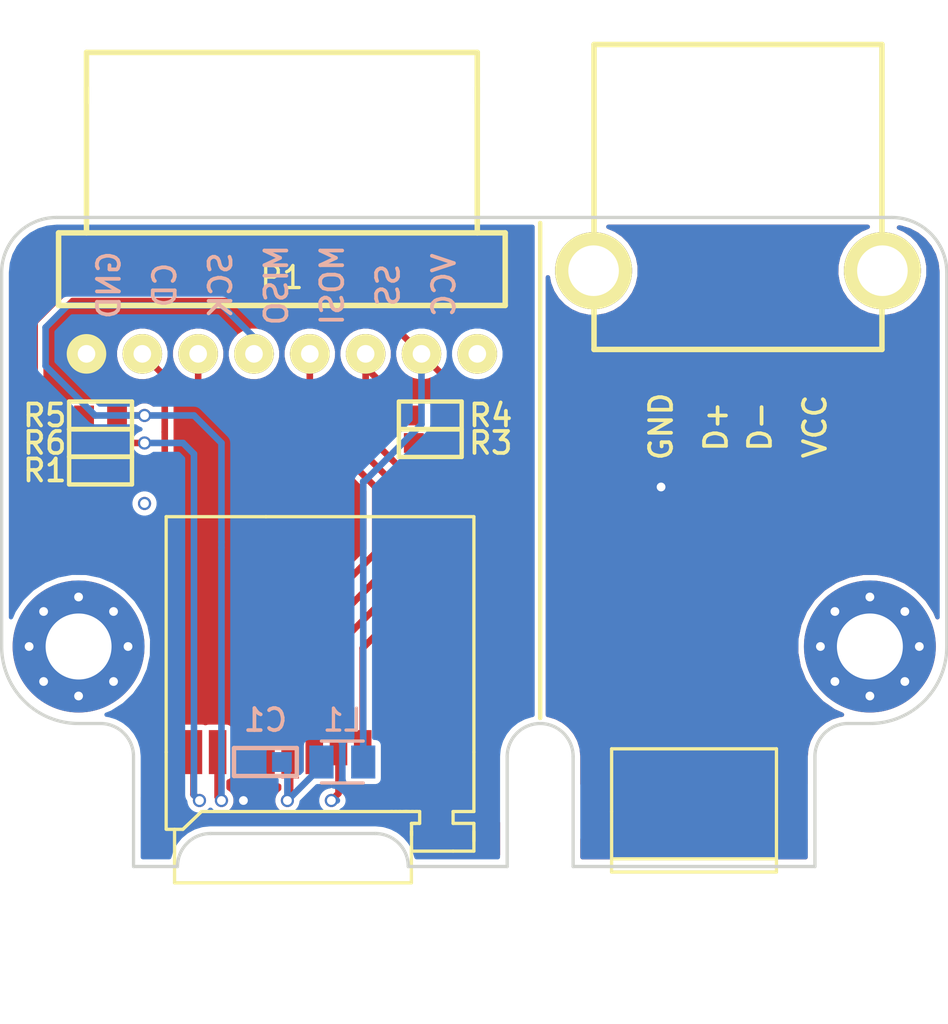
<source format=kicad_pcb>
(kicad_pcb (version 4) (host pcbnew 4.0.1-stable)

  (general
    (links 27)
    (no_connects 0)
    (area 57.021191 80.045 107.61881 128.700001)
    (thickness 1.6)
    (drawings 41)
    (tracks 139)
    (zones 0)
    (modules 13)
    (nets 17)
  )

  (page A4)
  (layers
    (0 F.Cu signal)
    (31 B.Cu signal)
    (36 B.SilkS user)
    (37 F.SilkS user)
    (38 B.Mask user)
    (39 F.Mask user)
    (42 Eco1.User user)
    (43 Eco2.User user)
    (44 Edge.Cuts user)
  )

  (setup
    (last_trace_width 0.3)
    (trace_clearance 0.2)
    (zone_clearance 0.25)
    (zone_45_only no)
    (trace_min 0.2)
    (segment_width 0.2)
    (edge_width 0.15)
    (via_size 0.6)
    (via_drill 0.4)
    (via_min_size 0.4)
    (via_min_drill 0.3)
    (uvia_size 0.3)
    (uvia_drill 0.1)
    (uvias_allowed no)
    (uvia_min_size 0.2)
    (uvia_min_drill 0.1)
    (pcb_text_width 0.3)
    (pcb_text_size 1.5 1.5)
    (mod_edge_width 0.15)
    (mod_text_size 1 1)
    (mod_text_width 0.15)
    (pad_size 1.524 1.524)
    (pad_drill 0.762)
    (pad_to_mask_clearance 0)
    (aux_axis_origin 0 0)
    (grid_origin 73.5 96.25)
    (visible_elements 7FFEFFFF)
    (pcbplotparams
      (layerselection 0x00030_80000001)
      (usegerberextensions false)
      (excludeedgelayer true)
      (linewidth 0.100000)
      (plotframeref false)
      (viasonmask false)
      (mode 1)
      (useauxorigin false)
      (hpglpennumber 1)
      (hpglpenspeed 20)
      (hpglpendiameter 15)
      (hpglpenoverlay 2)
      (psnegative false)
      (psa4output false)
      (plotreference true)
      (plotvalue true)
      (plotinvisibletext false)
      (padsonsilk false)
      (subtractmaskfromsilk false)
      (outputformat 1)
      (mirror false)
      (drillshape 1)
      (scaleselection 1)
      (outputdirectory ""))
  )

  (net 0 "")
  (net 1 GND)
  (net 2 "Net-(R3-Pad2)")
  (net 3 /SS)
  (net 4 /MISO)
  (net 5 "Net-(R6-Pad2)")
  (net 6 /SCK)
  (net 7 /MOSI)
  (net 8 "Net-(P2-Pad1)")
  (net 9 "Net-(P2-Pad2)")
  (net 10 "Net-(P2-Pad3)")
  (net 11 "Net-(P2-Pad4)")
  (net 12 VCC)
  (net 13 /CD)
  (net 14 /VDD)
  (net 15 "Net-(X1-Pad4)")
  (net 16 "Net-(P1-Pad8)")

  (net_class Default "Dies ist die voreingestellte Netzklasse."
    (clearance 0.2)
    (trace_width 0.3)
    (via_dia 0.6)
    (via_drill 0.4)
    (uvia_dia 0.3)
    (uvia_drill 0.1)
    (add_net /CD)
    (add_net /MISO)
    (add_net /MOSI)
    (add_net /SCK)
    (add_net /SS)
    (add_net /VDD)
    (add_net GND)
    (add_net "Net-(P1-Pad8)")
    (add_net "Net-(P2-Pad1)")
    (add_net "Net-(P2-Pad2)")
    (add_net "Net-(P2-Pad3)")
    (add_net "Net-(P2-Pad4)")
    (add_net "Net-(R3-Pad2)")
    (add_net "Net-(R6-Pad2)")
    (add_net "Net-(X1-Pad4)")
    (add_net VCC)
  )

  (module MyEinbaubuchse:USB_AW_SMD_reichelt (layer F.Cu) (tedit 5766C88B) (tstamp 5761590D)
    (at 94.5 96)
    (path /576159BB)
    (fp_text reference P2 (at -10.25 -3.5) (layer F.SilkS) hide
      (effects (font (size 1 1) (thickness 0.15)))
    )
    (fp_text value USB_A (at 0 6.9) (layer F.Fab)
      (effects (font (size 1 1) (thickness 0.15)))
    )
    (fp_line (start 6.55 -13.86) (end 6.55 0) (layer F.SilkS) (width 0.25))
    (fp_line (start 6.55 0) (end -6.55 0) (layer F.SilkS) (width 0.25))
    (fp_line (start -6.55 0) (end -6.55 -13.86) (layer F.SilkS) (width 0.25))
    (fp_line (start -6.55 -13.86) (end 6.55 -13.86) (layer F.SilkS) (width 0.25))
    (pad 3 smd rect (at -1 0) (size 1.1 3) (layers F.Cu F.Mask)
      (net 10 "Net-(P2-Pad3)"))
    (pad 2 smd rect (at 1 0) (size 1.1 3) (layers F.Cu F.Mask)
      (net 9 "Net-(P2-Pad2)"))
    (pad 1 smd rect (at 3.5 0) (size 1.1 3) (layers F.Cu F.Mask)
      (net 8 "Net-(P2-Pad1)"))
    (pad 4 smd rect (at -3.5 0) (size 1.1 3) (layers F.Cu F.Mask)
      (net 11 "Net-(P2-Pad4)"))
    (pad "" thru_hole circle (at -6.57 -3.58) (size 3.5 3.5) (drill 2.3) (layers *.Cu *.Mask F.SilkS))
    (pad "" thru_hole circle (at 6.57 -3.58) (size 3.5 3.5) (drill 2.3) (layers *.Cu *.Mask F.SilkS))
  )

  (module MySpeicherbuchse:micro_SD_Card_Connector (layer F.Cu) (tedit 5760A4A0) (tstamp 57605130)
    (at 73.025 114.3 180)
    (path /57604B2C)
    (fp_text reference U1 (at -6.475 -0.2 180) (layer F.SilkS) hide
      (effects (font (size 1 1) (thickness 0.15)))
    )
    (fp_text value MICRO_SD_CARD (at -1.323 -7.29 180) (layer F.Fab)
      (effects (font (size 1 1) (thickness 0.15)))
    )
    (fp_line (start -6.615 -4.32) (end -6.615 -5.94) (layer F.SilkS) (width 0.15))
    (fp_line (start -6.615 -5.94) (end 4.158 -5.94) (layer F.SilkS) (width 0.15))
    (fp_line (start 4.158 -5.94) (end 4.158 -3.51) (layer F.SilkS) (width 0.15))
    (fp_line (start -5.67 -2.7) (end -5.7645 -2.7) (layer F.SilkS) (width 0.15))
    (fp_line (start -5.859 -2.7) (end -5.9535 -2.7) (layer F.SilkS) (width 0.15))
    (fp_line (start -6.048 -2.7) (end -6.1425 -2.7) (layer F.SilkS) (width 0.15))
    (fp_line (start -6.237 -2.7) (end -6.426 -2.7) (layer F.SilkS) (width 0.15))
    (fp_line (start -6.3315 -2.7) (end -6.5205 -2.7) (layer F.SilkS) (width 0.15))
    (fp_line (start -6.615 -2.7) (end -6.7095 -2.7) (layer F.SilkS) (width 0.15))
    (fp_line (start -6.7095 -3.24) (end -6.804 -3.24) (layer F.SilkS) (width 0.15))
    (fp_line (start -6.804 -2.7) (end -6.8985 -2.7) (layer F.SilkS) (width 0.15))
    (fp_line (start 4.536 -3.51) (end 3.78 -3.51) (layer F.SilkS) (width 0.15))
    (fp_line (start 3.78 -3.51) (end 2.9295 -2.7) (layer F.SilkS) (width 0.15))
    (fp_line (start -6.615 -3.24) (end -6.993 -3.24) (layer F.SilkS) (width 0.15))
    (fp_line (start -6.993 -3.24) (end -6.993 -2.7) (layer F.SilkS) (width 0.15))
    (fp_line (start -6.993 -2.7) (end 2.9295 -2.7) (layer F.SilkS) (width 0.15))
    (fp_line (start -6.622 -3.24) (end -6.622 -3.78) (layer F.SilkS) (width 0.15))
    (fp_line (start -8.514 -4.5) (end -6.622 -4.5) (layer F.SilkS) (width 0.15))
    (fp_line (start -6.622 -4.5) (end -6.622 -3.6) (layer F.SilkS) (width 0.15))
    (fp_line (start -9.46 -4.5) (end -9.46 -3.6) (layer F.SilkS) (width 0.15))
    (fp_line (start -9.46 -3.24) (end -9.46 -4.05) (layer F.SilkS) (width 0.15))
    (fp_line (start -9.46 -4.5) (end -8.514 -4.5) (layer F.SilkS) (width 0.15))
    (fp_line (start -8.514 -2.7) (end -8.514 -3.24) (layer F.SilkS) (width 0.15))
    (fp_line (start -8.514 -3.24) (end -9.46 -3.24) (layer F.SilkS) (width 0.15))
    (fp_line (start -9.46 -2.7) (end -8.514 -2.7) (layer F.SilkS) (width 0.15))
    (fp_line (start -9.46 0) (end -9.46 -2.7) (layer F.SilkS) (width 0.15))
    (fp_line (start -9.46 10.7) (end -9.46 0) (layer F.SilkS) (width 0.15))
    (fp_line (start 0 10.7) (end -9.46 10.7) (layer F.SilkS) (width 0.15))
    (fp_line (start 4.54 10.7) (end 0 10.7) (layer F.SilkS) (width 0.15))
    (fp_line (start 4.54 0) (end 4.54 -3.5) (layer F.SilkS) (width 0.15))
    (fp_line (start 4.54 0) (end 4.54 10.7) (layer F.SilkS) (width 0.15))
    (pad 5 smd rect (at 0 0 180) (size 0.8 2) (layers F.Cu F.Mask)
      (net 6 /SCK))
    (pad 6 smd rect (at 1.1 -0.2 180) (size 0.8 2) (layers F.Cu F.Mask)
      (net 1 GND))
    (pad 7 smd rect (at 2.2 0 180) (size 0.8 2) (layers F.Cu F.Mask)
      (net 4 /MISO))
    (pad 8 smd rect (at 3.3 0 180) (size 0.8 2) (layers F.Cu F.Mask)
      (net 5 "Net-(R6-Pad2)"))
    (pad 4 smd rect (at -1.1 -0.2 180) (size 0.8 2) (layers F.Cu F.Mask)
      (net 14 /VDD))
    (pad 3 smd rect (at -2.2 0 180) (size 0.8 2) (layers F.Cu F.Mask)
      (net 7 /MOSI))
    (pad 2 smd rect (at -3.3 0.4 180) (size 0.8 2) (layers F.Cu F.Mask)
      (net 3 /SS))
    (pad 1 smd rect (at -4.4 0 180) (size 0.8 2) (layers F.Cu F.Mask)
      (net 2 "Net-(R3-Pad2)"))
    (pad 9 smd rect (at -9.652 -3.937 180) (size 2 1.5) (layers F.Cu F.Mask)
      (net 13 /CD))
    (pad 9 smd rect (at 4.699 -2.794 180) (size 2 1.5) (layers F.Cu F.Mask)
      (net 13 /CD))
    (pad 10 smd rect (at 2.49 11 180) (size 2 2) (layers F.Cu F.Mask)
      (net 1 GND))
    (pad 10 smd rect (at -3.21 11 180) (size 2 2) (layers F.Cu F.Mask)
      (net 1 GND))
  )

  (module MyPads:M3x6mm_mit_Duko (layer F.Cu) (tedit 5760A349) (tstamp 5760A237)
    (at 64.5 109.5)
    (fp_text reference M3 (at 0 0) (layer F.SilkS)
      (effects (font (size 1 1) (thickness 0.15)))
    )
    (fp_text value M3x6mm_mit_Duko (at -0.18 -4.88) (layer F.Fab)
      (effects (font (size 1 1) (thickness 0.15)))
    )
    (pad "" thru_hole circle (at 0 0) (size 6 6) (drill 3) (layers *.Cu *.Mask))
    (pad "" thru_hole circle (at -2.25 0) (size 0.4 0.4) (drill 0.4) (layers *.Cu *.Mask))
    (pad "" thru_hole circle (at 2.25 0) (size 0.4 0.4) (drill 0.4) (layers *.Cu *.Mask))
    (pad "" thru_hole circle (at 0 -2.25) (size 0.4 0.4) (drill 0.4) (layers *.Cu *.Mask))
    (pad "" thru_hole circle (at 0 2.25) (size 0.4 0.4) (drill 0.4) (layers *.Cu *.Mask))
    (pad "" thru_hole circle (at -1.5909 -1.5909) (size 0.4 0.4) (drill 0.4) (layers *.Cu *.Mask))
    (pad "" thru_hole circle (at 1.5909 -1.5909) (size 0.4 0.4) (drill 0.4) (layers *.Cu *.Mask))
    (pad "" thru_hole circle (at 1.5909 1.5909) (size 0.4 0.4) (drill 0.4) (layers *.Cu *.Mask))
    (pad "" thru_hole circle (at -1.5909 1.5909) (size 0.4 0.4) (drill 0.4) (layers *.Cu *.Mask))
  )

  (module MyKondensator_SMD:C_0603 (layer B.Cu) (tedit 576057E1) (tstamp 57605085)
    (at 73 114.75 180)
    (descr "Capacitor SMD 0603, reflow soldering, AVX (see smccp.pdf)")
    (tags "capacitor 0603")
    (path /57604B92)
    (attr smd)
    (fp_text reference C1 (at 0 1.905 180) (layer B.SilkS)
      (effects (font (size 1 1) (thickness 0.17)) (justify mirror))
    )
    (fp_text value 100n (at 0 -1.9 180) (layer B.Fab)
      (effects (font (size 1 1) (thickness 0.17)) (justify mirror))
    )
    (fp_line (start -1.42875 0.635) (end -1.42875 -0.635) (layer B.SilkS) (width 0.2))
    (fp_line (start -1.42875 -0.635) (end 1.42875 -0.635) (layer B.SilkS) (width 0.2))
    (fp_line (start 1.42875 -0.635) (end 1.42875 0.635) (layer B.SilkS) (width 0.2))
    (fp_line (start 1.42875 0.635) (end -1.42875 0.635) (layer B.SilkS) (width 0.2))
    (pad 1 smd rect (at -0.75 0 180) (size 0.9 0.9) (layers B.Cu B.Mask)
      (net 14 /VDD))
    (pad 2 smd rect (at 0.75 0 180) (size 0.9 0.9) (layers B.Cu B.Mask)
      (net 1 GND))
    (model Capacitors_SMD.3dshapes/C_0603.wrl
      (at (xyz 0 0 0))
      (scale (xyz 1 1 1))
      (rotate (xyz 0 0 0))
    )
  )

  (module Myinductor:L_0805 (layer B.Cu) (tedit 576057DD) (tstamp 5760508B)
    (at 76.5 114.75 180)
    (descr "Resistor SMD 0805, reflow soldering, Vishay (see dcrcw.pdf)")
    (tags "resistor 0805")
    (path /57604F10)
    (attr smd)
    (fp_text reference L1 (at 0 1.905 180) (layer B.SilkS)
      (effects (font (size 1 1) (thickness 0.15)) (justify mirror))
    )
    (fp_text value 470n (at 0.635 0 180) (layer B.Fab)
      (effects (font (size 1 1) (thickness 0.15)) (justify mirror))
    )
    (fp_line (start -0.9525 -0.9525) (end 0.9525 -0.9525) (layer B.SilkS) (width 0.15))
    (fp_line (start -0.9525 0.9525) (end 0.9525 0.9525) (layer B.SilkS) (width 0.15))
    (pad 1 smd rect (at -0.95 0 180) (size 1.1 1.5) (layers B.Cu B.Mask)
      (net 12 VCC))
    (pad 2 smd rect (at 0.95 0 180) (size 1.1 1.5) (layers B.Cu B.Mask)
      (net 14 /VDD))
    (model Resistors_SMD.3dshapes/R_0805.wrl
      (at (xyz 0 0 0))
      (scale (xyz 1 1 1))
      (rotate (xyz 0 0 0))
    )
  )

  (module MyWiderstand_SMD:R_0603 (layer F.Cu) (tedit 576057F2) (tstamp 57605098)
    (at 65.5 101.5)
    (descr "Resistor SMD 0603, reflow soldering, Vishay (see dcrcw.pdf)")
    (tags "resistor 0603")
    (path /576057AA)
    (attr smd)
    (fp_text reference R1 (at -2.54 0) (layer F.SilkS)
      (effects (font (size 1 1) (thickness 0.17)))
    )
    (fp_text value 10k (at 2.921 0) (layer F.Fab)
      (effects (font (size 1 1) (thickness 0.17)))
    )
    (fp_line (start -1.42875 -0.635) (end 1.42875 -0.635) (layer F.SilkS) (width 0.2))
    (fp_line (start 1.42875 -0.635) (end 1.42875 0.635) (layer F.SilkS) (width 0.2))
    (fp_line (start 1.42875 0.635) (end -1.42875 0.635) (layer F.SilkS) (width 0.2))
    (fp_line (start -1.42875 0.635) (end -1.42875 -0.635) (layer F.SilkS) (width 0.2))
    (pad 1 smd rect (at -0.75 0) (size 0.9 0.9) (layers F.Cu F.Mask)
      (net 12 VCC))
    (pad 2 smd rect (at 0.75 0) (size 0.9 0.9) (layers F.Cu F.Mask)
      (net 13 /CD))
    (model Resistors_SMD.3dshapes/R_0603.wrl
      (at (xyz 0 0 0))
      (scale (xyz 1 1 1))
      (rotate (xyz 0 0 0))
    )
  )

  (module MyWiderstand_SMD:R_0603 (layer F.Cu) (tedit 5762B51F) (tstamp 576050A4)
    (at 80.5 100.25 180)
    (descr "Resistor SMD 0603, reflow soldering, Vishay (see dcrcw.pdf)")
    (tags "resistor 0603")
    (path /57604E1B)
    (attr smd)
    (fp_text reference R3 (at -2.75 0 180) (layer F.SilkS)
      (effects (font (size 1 1) (thickness 0.17)))
    )
    (fp_text value 51k (at 2.921 0 180) (layer F.Fab)
      (effects (font (size 1 1) (thickness 0.17)))
    )
    (fp_line (start -1.42875 -0.635) (end 1.42875 -0.635) (layer F.SilkS) (width 0.2))
    (fp_line (start 1.42875 -0.635) (end 1.42875 0.635) (layer F.SilkS) (width 0.2))
    (fp_line (start 1.42875 0.635) (end -1.42875 0.635) (layer F.SilkS) (width 0.2))
    (fp_line (start -1.42875 0.635) (end -1.42875 -0.635) (layer F.SilkS) (width 0.2))
    (pad 1 smd rect (at -0.75 0 180) (size 0.9 0.9) (layers F.Cu F.Mask)
      (net 12 VCC))
    (pad 2 smd rect (at 0.75 0 180) (size 0.9 0.9) (layers F.Cu F.Mask)
      (net 2 "Net-(R3-Pad2)"))
    (model Resistors_SMD.3dshapes/R_0603.wrl
      (at (xyz 0 0 0))
      (scale (xyz 1 1 1))
      (rotate (xyz 0 0 0))
    )
  )

  (module MyWiderstand_SMD:R_0603 (layer F.Cu) (tedit 5762B50D) (tstamp 576050AA)
    (at 80.5 99 180)
    (descr "Resistor SMD 0603, reflow soldering, Vishay (see dcrcw.pdf)")
    (tags "resistor 0603")
    (path /57605259)
    (attr smd)
    (fp_text reference R4 (at -2.75 0 180) (layer F.SilkS)
      (effects (font (size 1 1) (thickness 0.17)))
    )
    (fp_text value 51k (at 2.921 0 180) (layer F.Fab)
      (effects (font (size 1 1) (thickness 0.17)))
    )
    (fp_line (start -1.42875 -0.635) (end 1.42875 -0.635) (layer F.SilkS) (width 0.2))
    (fp_line (start 1.42875 -0.635) (end 1.42875 0.635) (layer F.SilkS) (width 0.2))
    (fp_line (start 1.42875 0.635) (end -1.42875 0.635) (layer F.SilkS) (width 0.2))
    (fp_line (start -1.42875 0.635) (end -1.42875 -0.635) (layer F.SilkS) (width 0.2))
    (pad 1 smd rect (at -0.75 0 180) (size 0.9 0.9) (layers F.Cu F.Mask)
      (net 12 VCC))
    (pad 2 smd rect (at 0.75 0 180) (size 0.9 0.9) (layers F.Cu F.Mask)
      (net 3 /SS))
    (model Resistors_SMD.3dshapes/R_0603.wrl
      (at (xyz 0 0 0))
      (scale (xyz 1 1 1))
      (rotate (xyz 0 0 0))
    )
  )

  (module MyWiderstand_SMD:R_0603 (layer F.Cu) (tedit 5760528B) (tstamp 576050B0)
    (at 65.5 99)
    (descr "Resistor SMD 0603, reflow soldering, Vishay (see dcrcw.pdf)")
    (tags "resistor 0603")
    (path /5760528A)
    (attr smd)
    (fp_text reference R5 (at -2.54 0) (layer F.SilkS)
      (effects (font (size 1 1) (thickness 0.17)))
    )
    (fp_text value 51k (at 2.921 0) (layer F.Fab)
      (effects (font (size 1 1) (thickness 0.17)))
    )
    (fp_line (start -1.42875 -0.635) (end 1.42875 -0.635) (layer F.SilkS) (width 0.2))
    (fp_line (start 1.42875 -0.635) (end 1.42875 0.635) (layer F.SilkS) (width 0.2))
    (fp_line (start 1.42875 0.635) (end -1.42875 0.635) (layer F.SilkS) (width 0.2))
    (fp_line (start -1.42875 0.635) (end -1.42875 -0.635) (layer F.SilkS) (width 0.2))
    (pad 1 smd rect (at -0.75 0) (size 0.9 0.9) (layers F.Cu F.Mask)
      (net 12 VCC))
    (pad 2 smd rect (at 0.75 0) (size 0.9 0.9) (layers F.Cu F.Mask)
      (net 4 /MISO))
    (model Resistors_SMD.3dshapes/R_0603.wrl
      (at (xyz 0 0 0))
      (scale (xyz 1 1 1))
      (rotate (xyz 0 0 0))
    )
  )

  (module MyWiderstand_SMD:R_0603 (layer F.Cu) (tedit 57605288) (tstamp 576050B6)
    (at 65.5 100.25)
    (descr "Resistor SMD 0603, reflow soldering, Vishay (see dcrcw.pdf)")
    (tags "resistor 0603")
    (path /576052BC)
    (attr smd)
    (fp_text reference R6 (at -2.54 0) (layer F.SilkS)
      (effects (font (size 1 1) (thickness 0.17)))
    )
    (fp_text value 51k (at 2.921 0) (layer F.Fab)
      (effects (font (size 1 1) (thickness 0.17)))
    )
    (fp_line (start -1.42875 -0.635) (end 1.42875 -0.635) (layer F.SilkS) (width 0.2))
    (fp_line (start 1.42875 -0.635) (end 1.42875 0.635) (layer F.SilkS) (width 0.2))
    (fp_line (start 1.42875 0.635) (end -1.42875 0.635) (layer F.SilkS) (width 0.2))
    (fp_line (start -1.42875 0.635) (end -1.42875 -0.635) (layer F.SilkS) (width 0.2))
    (pad 1 smd rect (at -0.75 0) (size 0.9 0.9) (layers F.Cu F.Mask)
      (net 12 VCC))
    (pad 2 smd rect (at 0.75 0) (size 0.9 0.9) (layers F.Cu F.Mask)
      (net 5 "Net-(R6-Pad2)"))
    (model Resistors_SMD.3dshapes/R_0603.wrl
      (at (xyz 0 0 0))
      (scale (xyz 1 1 1))
      (rotate (xyz 0 0 0))
    )
  )

  (module MyEinbaubuchse:MICRO_USB_TYPE_B_SMD_HRS (layer F.Cu) (tedit 5762A63E) (tstamp 5760513F)
    (at 92.5 117)
    (path /57605046)
    (fp_text reference X1 (at 0 -1.25) (layer F.SilkS) hide
      (effects (font (size 1 1) (thickness 0.15)))
    )
    (fp_text value USB_MICRO_B (at 0 5) (layer F.Fab)
      (effects (font (size 1 1) (thickness 0.15)))
    )
    (fp_line (start -3.75 0) (end -3.75 2.75) (layer F.SilkS) (width 0.15))
    (fp_line (start -3.75 2.75) (end 3.75 2.75) (layer F.SilkS) (width 0.15))
    (fp_line (start 3.75 2.75) (end 3.75 0) (layer F.SilkS) (width 0.15))
    (fp_line (start -3.75 0) (end -3.75 -2.85) (layer F.SilkS) (width 0.15))
    (fp_line (start -3.75 -2.85) (end 3.75 -2.85) (layer F.SilkS) (width 0.15))
    (fp_line (start 3.75 -2.85) (end 3.75 0) (layer F.SilkS) (width 0.15))
    (fp_line (start -3.75 2.15) (end 3.75 2.15) (layer F.SilkS) (width 0.15))
    (pad "" smd rect (at -1.2 0) (size 1.9 1.9) (layers F.Cu F.Mask))
    (pad "" smd rect (at 1.2 0) (size 1.9 1.9) (layers F.Cu F.Mask))
    (pad "" smd rect (at 4 0) (size 1.8 1.9) (layers F.Cu F.Mask))
    (pad "" smd rect (at -4 0) (size 1.8 1.9) (layers F.Cu F.Mask))
    (pad 1 smd rect (at -1.3 -2.675) (size 0.4 1.35) (layers F.Cu F.Mask)
      (net 8 "Net-(P2-Pad1)"))
    (pad 2 smd rect (at -0.65 -2.675) (size 0.4 1.35) (layers F.Cu F.Mask)
      (net 9 "Net-(P2-Pad2)"))
    (pad 3 smd rect (at 0 -2.675) (size 0.4 1.35) (layers F.Cu F.Mask)
      (net 10 "Net-(P2-Pad3)"))
    (pad 4 smd rect (at 0.65 -2.675) (size 0.4 1.35) (layers F.Cu F.Mask)
      (net 15 "Net-(X1-Pad4)"))
    (pad 5 smd rect (at 1.3 -2.675) (size 0.4 1.35) (layers F.Cu F.Mask)
      (net 11 "Net-(P2-Pad4)"))
    (pad "" smd rect (at 3.15 -2.55) (size 2.1 1.6) (layers F.Cu F.Mask))
    (pad "" smd rect (at -3.15 -2.55) (size 2.1 1.6) (layers F.Cu F.Mask))
  )

  (module MyPads:M3x6mm_mit_Duko (layer F.Cu) (tedit 5760A34C) (tstamp 57609CA2)
    (at 100.5 109.5)
    (fp_text reference M3 (at 0 0) (layer F.SilkS)
      (effects (font (size 1 1) (thickness 0.15)))
    )
    (fp_text value M3x6mm_mit_Duko (at -0.18 -4.88) (layer F.Fab)
      (effects (font (size 1 1) (thickness 0.15)))
    )
    (pad "" thru_hole circle (at 0 0) (size 6 6) (drill 3) (layers *.Cu *.Mask))
    (pad "" thru_hole circle (at -2.25 0) (size 0.4 0.4) (drill 0.4) (layers *.Cu *.Mask))
    (pad "" thru_hole circle (at 2.25 0) (size 0.4 0.4) (drill 0.4) (layers *.Cu *.Mask))
    (pad "" thru_hole circle (at 0 -2.25) (size 0.4 0.4) (drill 0.4) (layers *.Cu *.Mask))
    (pad "" thru_hole circle (at 0 2.25) (size 0.4 0.4) (drill 0.4) (layers *.Cu *.Mask))
    (pad "" thru_hole circle (at -1.5909 -1.5909) (size 0.4 0.4) (drill 0.4) (layers *.Cu *.Mask))
    (pad "" thru_hole circle (at 1.5909 -1.5909) (size 0.4 0.4) (drill 0.4) (layers *.Cu *.Mask))
    (pad "" thru_hole circle (at 1.5909 1.5909) (size 0.4 0.4) (drill 0.4) (layers *.Cu *.Mask))
    (pad "" thru_hole circle (at -1.5909 1.5909) (size 0.4 0.4) (drill 0.4) (layers *.Cu *.Mask))
  )

  (module MyBuchsenleiste:PSS_254_8W (layer F.Cu) (tedit 57659ED7) (tstamp 5765A24B)
    (at 73.75 94)
    (path /5765A2CA)
    (fp_text reference P1 (at 0 -1.27) (layer F.SilkS)
      (effects (font (size 1 1) (thickness 0.15)))
    )
    (fp_text value "Printstecker 8W" (at 0 -12.7) (layer F.Fab)
      (effects (font (size 1 1) (thickness 0.15)))
    )
    (fp_line (start 10.16 -3.3) (end 10.16 0) (layer F.SilkS) (width 0.25))
    (fp_line (start -10.16 -3.3) (end -10.16 0) (layer F.SilkS) (width 0.25))
    (fp_line (start -8.89 -11.5) (end 8.89 -11.5) (layer F.SilkS) (width 0.25))
    (fp_line (start 8.89 -11.5) (end 8.89 -9.2) (layer F.SilkS) (width 0.25))
    (fp_line (start -8.89 -11.5) (end -8.89 -9.2) (layer F.SilkS) (width 0.25))
    (fp_line (start 8.89 -3.3) (end 8.89 -9.9) (layer F.SilkS) (width 0.25))
    (fp_line (start -8.89 -3.3) (end -8.89 -9.9) (layer F.SilkS) (width 0.25))
    (fp_line (start -10.16 -3.3) (end 10.16 -3.3) (layer F.SilkS) (width 0.25))
    (fp_line (start -10.16 0) (end 10.16 0) (layer F.SilkS) (width 0.25))
    (pad 1 thru_hole circle (at -8.89 2.2) (size 1.8 1.8) (drill 0.8) (layers *.Cu *.Mask F.SilkS)
      (net 1 GND))
    (pad 2 thru_hole circle (at -6.35 2.2) (size 1.8 1.8) (drill 0.8) (layers *.Cu *.Mask F.SilkS)
      (net 13 /CD))
    (pad 3 thru_hole circle (at -3.81 2.2) (size 1.8 1.8) (drill 0.8) (layers *.Cu *.Mask F.SilkS)
      (net 6 /SCK))
    (pad 4 thru_hole circle (at -1.27 2.2) (size 1.8 1.8) (drill 0.8) (layers *.Cu *.Mask F.SilkS)
      (net 4 /MISO))
    (pad 5 thru_hole circle (at 1.27 2.2) (size 1.8 1.8) (drill 0.8) (layers *.Cu *.Mask F.SilkS)
      (net 7 /MOSI))
    (pad 6 thru_hole circle (at 3.81 2.2) (size 1.8 1.8) (drill 0.8) (layers *.Cu *.Mask F.SilkS)
      (net 3 /SS))
    (pad 7 thru_hole circle (at 6.35 2.2) (size 1.8 1.8) (drill 0.8) (layers *.Cu *.Mask F.SilkS)
      (net 12 VCC))
    (pad 8 thru_hole circle (at 8.89 2.2) (size 1.8 1.8) (drill 0.8) (layers *.Cu *.Mask F.SilkS)
      (net 16 "Net-(P1-Pad8)"))
  )

  (gr_line (start 85.5 112.75) (end 85.5 90.25) (angle 90) (layer F.SilkS) (width 0.2))
  (gr_text VCC (at 81.12 93.075 90) (layer B.SilkS)
    (effects (font (size 1 1) (thickness 0.17)) (justify mirror))
  )
  (gr_text SS (at 78.58 93.075 90) (layer B.SilkS)
    (effects (font (size 1 1) (thickness 0.17)) (justify mirror))
  )
  (gr_text MOSI (at 76.04 93.075 90) (layer B.SilkS)
    (effects (font (size 1 1) (thickness 0.17)) (justify mirror))
  )
  (gr_text MISO (at 73.5 93.075 90) (layer B.SilkS)
    (effects (font (size 1 1) (thickness 0.17)) (justify mirror))
  )
  (gr_text SCK (at 70.96 93.075 90) (layer B.SilkS)
    (effects (font (size 1 1) (thickness 0.17)) (justify mirror))
  )
  (gr_text CD (at 68.42 93.075 90) (layer B.SilkS)
    (effects (font (size 1 1) (thickness 0.17)) (justify mirror))
  )
  (gr_text GND (at 65.88 93.075 90) (layer B.SilkS)
    (effects (font (size 1 1) (thickness 0.17)) (justify mirror))
  )
  (gr_text "Printstecker 7W" (at 73.25 81) (layer Eco1.User)
    (effects (font (size 1 1) (thickness 0.17)))
  )
  (gr_text "USB Typ A" (at 94.5 81) (layer Eco1.User)
    (effects (font (size 1 1) (thickness 0.17)))
  )
  (gr_text VCC (at 98 99.5 90) (layer F.SilkS)
    (effects (font (size 1 1) (thickness 0.17)))
  )
  (gr_text D- (at 95.5 99.5 90) (layer F.SilkS)
    (effects (font (size 1 1) (thickness 0.17)))
  )
  (gr_text D+ (at 93.5 99.5 90) (layer F.SilkS)
    (effects (font (size 1 1) (thickness 0.17)))
  )
  (gr_text GND (at 91 99.5 90) (layer F.SilkS)
    (effects (font (size 1 1) (thickness 0.17)))
  )
  (gr_line (start 61 92.5) (end 61 109.5) (angle 90) (layer Edge.Cuts) (width 0.15))
  (gr_line (start 63.5 90) (end 101.5 90) (angle 90) (layer Edge.Cuts) (width 0.15))
  (gr_arc (start 63.5 92.5) (end 61 92.5) (angle 90) (layer Edge.Cuts) (width 0.15))
  (gr_line (start 104 109.5) (end 104 92.5) (angle 90) (layer Edge.Cuts) (width 0.15))
  (gr_arc (start 101.5 92.5) (end 101.5 90) (angle 90) (layer Edge.Cuts) (width 0.15))
  (gr_line (start 99.5 113) (end 100.5 113) (angle 90) (layer Edge.Cuts) (width 0.15))
  (gr_line (start 67 119.5) (end 69 119.5) (angle 90) (layer Edge.Cuts) (width 0.15))
  (gr_line (start 79.5 119.5) (end 84 119.5) (angle 90) (layer Edge.Cuts) (width 0.15))
  (gr_line (start 70.5 118) (end 78 118) (angle 90) (layer Edge.Cuts) (width 0.15))
  (gr_arc (start 70.5 119.5) (end 69 119.5) (angle 90) (layer Edge.Cuts) (width 0.15))
  (gr_arc (start 78 119.5) (end 78 118) (angle 90) (layer Edge.Cuts) (width 0.15))
  (gr_line (start 67 114.5) (end 67 119.5) (angle 90) (layer Edge.Cuts) (width 0.15))
  (gr_line (start 84 114.5) (end 84 119.5) (angle 90) (layer Edge.Cuts) (width 0.15))
  (gr_line (start 87 119.5) (end 87 114.5) (angle 90) (layer Edge.Cuts) (width 0.15))
  (gr_line (start 65.5 113) (end 64.5 113) (angle 90) (layer Edge.Cuts) (width 0.15))
  (gr_arc (start 85.5 114.5) (end 85.5 113) (angle 90) (layer Edge.Cuts) (width 0.15))
  (gr_arc (start 85.5 114.5) (end 84 114.5) (angle 90) (layer Edge.Cuts) (width 0.15))
  (gr_arc (start 65.5 114.5) (end 65.5 113) (angle 90) (layer Edge.Cuts) (width 0.15))
  (gr_arc (start 64.5 109.5) (end 64.5 113) (angle 90) (layer Edge.Cuts) (width 0.15))
  (gr_arc (start 100.5 109.5) (end 104 109.5) (angle 90) (layer Edge.Cuts) (width 0.15))
  (gr_line (start 98 119.5) (end 98 114.5) (angle 90) (layer Edge.Cuts) (width 0.15))
  (gr_arc (start 99.5 114.5) (end 98 114.5) (angle 90) (layer Edge.Cuts) (width 0.15))
  (gr_text "micro SD\n" (at 74.5 121.5) (layer Eco1.User)
    (effects (font (size 1 1) (thickness 0.17)))
  )
  (gr_text "micro USB\n" (at 92.5 121.5) (layer Eco1.User)
    (effects (font (size 1 1) (thickness 0.17)))
  )
  (dimension 17 (width 0.17) (layer Eco2.User)
    (gr_text "17,0 mm" (at 75.5 127.35) (layer Eco2.User)
      (effects (font (size 1 1) (thickness 0.17)))
    )
    (feature1 (pts (xy 84 119.5) (xy 84 128.7)))
    (feature2 (pts (xy 67 119.5) (xy 67 128.7)))
    (crossbar (pts (xy 67 126) (xy 84 126)))
    (arrow1a (pts (xy 84 126) (xy 82.873496 126.586421)))
    (arrow1b (pts (xy 84 126) (xy 82.873496 125.413579)))
    (arrow2a (pts (xy 67 126) (xy 68.126504 126.586421)))
    (arrow2b (pts (xy 67 126) (xy 68.126504 125.413579)))
  )
  (dimension 11 (width 0.17) (layer Eco2.User)
    (gr_text "11,0 mm" (at 92.5 127.35) (layer Eco2.User)
      (effects (font (size 1 1) (thickness 0.17)))
    )
    (feature1 (pts (xy 98 119.5) (xy 98 128.7)))
    (feature2 (pts (xy 87 119.5) (xy 87 128.7)))
    (crossbar (pts (xy 87 126) (xy 98 126)))
    (arrow1a (pts (xy 98 126) (xy 96.873496 126.586421)))
    (arrow1b (pts (xy 98 126) (xy 96.873496 125.413579)))
    (arrow2a (pts (xy 87 126) (xy 88.126504 126.586421)))
    (arrow2b (pts (xy 87 126) (xy 88.126504 125.413579)))
  )
  (gr_line (start 87 119.5) (end 98 119.5) (angle 90) (layer Edge.Cuts) (width 0.15))

  (via (at 67.5 103) (size 0.6) (drill 0.4) (layers F.Cu B.Cu) (net 0))
  (segment (start 76.235 103.3) (end 70.535 103.3) (width 0.3) (layer F.Cu) (net 1))
  (segment (start 72 116.5) (end 72 115) (width 0.3) (layer B.Cu) (net 1))
  (segment (start 72 115) (end 72.25 114.75) (width 0.3) (layer B.Cu) (net 1) (tstamp 5762A3C0))
  (segment (start 71.925 114.5) (end 71.925 116.425) (width 0.3) (layer F.Cu) (net 1) (status 10))
  (via (at 72 116.5) (size 0.6) (drill 0.4) (layers F.Cu B.Cu) (net 1))
  (segment (start 71.925 116.425) (end 72 116.5) (width 0.3) (layer F.Cu) (net 1) (tstamp 5761DEE5))
  (segment (start 79.75 100.25) (end 79.75 100.75) (width 0.3) (layer F.Cu) (net 2))
  (segment (start 79.75 100.75) (end 80.25 101.25) (width 0.3) (layer F.Cu) (net 2) (tstamp 5762B599))
  (segment (start 77.425 114.3) (end 77.425 109.575) (width 0.3) (layer F.Cu) (net 2))
  (segment (start 77.425 109.575) (end 80.25 106.75) (width 0.3) (layer F.Cu) (net 2) (tstamp 5762B593))
  (segment (start 80.25 106.75) (end 80.25 101.25) (width 0.3) (layer F.Cu) (net 2) (tstamp 5762B595))
  (segment (start 77.425 114.3) (end 77.425 114.075) (width 0.3) (layer F.Cu) (net 2) (status 30))
  (segment (start 77.56 99.25) (end 77.56 99.81) (width 0.3) (layer F.Cu) (net 3))
  (segment (start 77.56 99.81) (end 78.75 101) (width 0.3) (layer F.Cu) (net 3) (tstamp 5765AF26))
  (segment (start 77.56 96.2) (end 77.56 96.81) (width 0.3) (layer F.Cu) (net 3))
  (segment (start 77.56 96.81) (end 79.75 99) (width 0.3) (layer F.Cu) (net 3) (tstamp 5765AE71))
  (segment (start 77.56 96.2) (end 77.56 99.25) (width 0.3) (layer F.Cu) (net 3))
  (segment (start 78.75 101) (end 79.5 101.75) (width 0.3) (layer F.Cu) (net 3) (tstamp 5765AF29))
  (segment (start 76.325 109.425) (end 79.5 106.25) (width 0.3) (layer F.Cu) (net 3) (tstamp 5762B4F6))
  (segment (start 79.5 106.25) (end 79.5 101.75) (width 0.3) (layer F.Cu) (net 3) (tstamp 5762B4FA))
  (segment (start 76.325 113.9) (end 76.325 109.425) (width 0.3) (layer F.Cu) (net 3))
  (segment (start 76.325 113.9) (end 76.325 116.175) (width 0.3) (layer F.Cu) (net 3))
  (segment (start 76 116.5) (end 76.25 116.5) (width 0.3) (layer B.Cu) (net 3) (tstamp 5762A4C3))
  (via (at 76 116.5) (size 0.6) (drill 0.4) (layers F.Cu B.Cu) (net 3))
  (segment (start 76.325 116.175) (end 76 116.5) (width 0.3) (layer F.Cu) (net 3) (tstamp 5762A4BF))
  (segment (start 65.5 94) (end 64 94) (width 0.3) (layer B.Cu) (net 4))
  (segment (start 65.25 99) (end 67.5 99) (width 0.3) (layer B.Cu) (net 4) (tstamp 5765AE8E))
  (segment (start 63 96.75) (end 65.25 99) (width 0.3) (layer B.Cu) (net 4) (tstamp 5765AE8C))
  (segment (start 63 95) (end 63 96.75) (width 0.3) (layer B.Cu) (net 4) (tstamp 5765AE8B))
  (segment (start 64 94) (end 63 95) (width 0.3) (layer B.Cu) (net 4) (tstamp 5765AE8A))
  (segment (start 68.25 94) (end 71.03 94) (width 0.3) (layer B.Cu) (net 4))
  (segment (start 71.03 94) (end 73.23 96.2) (width 0.3) (layer B.Cu) (net 4) (tstamp 5765A2F9))
  (via (at 67.5 99) (size 0.6) (drill 0.4) (layers F.Cu B.Cu) (net 4))
  (segment (start 67.5 99) (end 66.25 99) (width 0.3) (layer F.Cu) (net 4) (tstamp 5762B47C))
  (segment (start 71 104.75) (end 71 100.25) (width 0.3) (layer B.Cu) (net 4))
  (segment (start 69.75 99) (end 67.5 99) (width 0.3) (layer B.Cu) (net 4) (tstamp 5762B471))
  (segment (start 71 100.25) (end 69.75 99) (width 0.3) (layer B.Cu) (net 4) (tstamp 5762B46F))
  (segment (start 70.825 116.325) (end 71 116.5) (width 0.3) (layer F.Cu) (net 4) (tstamp 5762A4B2))
  (segment (start 70.825 114.3) (end 70.825 116.325) (width 0.3) (layer F.Cu) (net 4))
  (segment (start 71 105) (end 71 104.75) (width 0.3) (layer B.Cu) (net 4))
  (segment (start 71 105) (end 71 116.5) (width 0.3) (layer B.Cu) (net 4) (tstamp 5762A7F0))
  (via (at 71 116.5) (size 0.6) (drill 0.4) (layers F.Cu B.Cu) (net 4))
  (segment (start 66 94) (end 65.5 94) (width 0.3) (layer B.Cu) (net 4))
  (segment (start 66 94) (end 68.25 94) (width 0.3) (layer B.Cu) (net 4) (tstamp 5762A7A8))
  (segment (start 69.725 114.3) (end 69.725 116.225) (width 0.3) (layer F.Cu) (net 5))
  (segment (start 67.5 100.25) (end 66.25 100.25) (width 0.3) (layer F.Cu) (net 5) (tstamp 5762B4AC))
  (via (at 67.5 100.25) (size 0.6) (drill 0.4) (layers F.Cu B.Cu) (net 5))
  (segment (start 69.25 100.25) (end 67.5 100.25) (width 0.3) (layer B.Cu) (net 5) (tstamp 5762B4A9))
  (segment (start 69.75 100.75) (end 69.25 100.25) (width 0.3) (layer B.Cu) (net 5) (tstamp 5762B4A6))
  (segment (start 69.75 116.25) (end 69.75 100.75) (width 0.3) (layer B.Cu) (net 5) (tstamp 5762B4A2))
  (segment (start 70 116.5) (end 69.75 116.25) (width 0.3) (layer B.Cu) (net 5) (tstamp 5762B4A1))
  (via (at 70 116.5) (size 0.6) (drill 0.4) (layers F.Cu B.Cu) (net 5))
  (segment (start 69.725 116.225) (end 70 116.5) (width 0.3) (layer F.Cu) (net 5) (tstamp 5762B49E))
  (segment (start 69.94 96.2) (end 69.94 97.44) (width 0.3) (layer F.Cu) (net 6))
  (segment (start 69.94 97.44) (end 71.25 98.75) (width 0.3) (layer F.Cu) (net 6) (tstamp 5765AE59))
  (segment (start 71.25 98.75) (end 73.75 101.25) (width 0.3) (layer F.Cu) (net 6) (tstamp 5765AE5D))
  (segment (start 73.025 114.3) (end 73.025 110.225) (width 0.3) (layer F.Cu) (net 6))
  (segment (start 73.025 110.225) (end 78 105.25) (width 0.3) (layer F.Cu) (net 6) (tstamp 5762A59F))
  (segment (start 78 105.25) (end 78 102.25) (width 0.3) (layer F.Cu) (net 6))
  (segment (start 77 101.25) (end 73.75 101.25) (width 0.3) (layer F.Cu) (net 6) (tstamp 5762B4BE))
  (segment (start 78 102.25) (end 77 101.25) (width 0.3) (layer F.Cu) (net 6) (tstamp 5762B4BD))
  (segment (start 75.02 96.2) (end 75.02 98.27) (width 0.3) (layer F.Cu) (net 7))
  (segment (start 75.02 98.27) (end 77 100.25) (width 0.3) (layer F.Cu) (net 7) (tstamp 5765AE60))
  (segment (start 75.225 109.275) (end 78.75 105.75) (width 0.3) (layer F.Cu) (net 7) (tstamp 5762B4C5))
  (segment (start 75.225 114.3) (end 75.225 109.275) (width 0.3) (layer F.Cu) (net 7))
  (segment (start 78.75 105.75) (end 78.75 102) (width 0.3) (layer F.Cu) (net 7) (tstamp 5762B4C8))
  (segment (start 78.75 102) (end 77 100.25) (width 0.3) (layer F.Cu) (net 7) (tstamp 5762B4CA))
  (segment (start 98 96) (end 98 94.25) (width 0.3) (layer F.Cu) (net 8))
  (segment (start 95 92.75) (end 93.75 92.75) (width 0.3) (layer F.Cu) (net 8))
  (segment (start 93.75 92.75) (end 92.25 94.25) (width 0.3) (layer F.Cu) (net 8) (tstamp 5762A2AE))
  (segment (start 92.25 100) (end 92.25 105.5) (width 0.3) (layer F.Cu) (net 8))
  (segment (start 92.25 100) (end 92.25 94.25) (width 0.3) (layer F.Cu) (net 8) (tstamp 5761E3A4))
  (segment (start 92.25 105.5) (end 91.2 106.55) (width 0.3) (layer F.Cu) (net 8) (tstamp 5762A291))
  (segment (start 91.2 106.55) (end 91.2 114.325) (width 0.3) (layer F.Cu) (net 8) (tstamp 5762A294))
  (segment (start 96.5 92.75) (end 98 94.25) (width 0.3) (layer F.Cu) (net 8) (tstamp 5761E3A7))
  (segment (start 95 92.75) (end 96.5 92.75) (width 0.3) (layer F.Cu) (net 8) (tstamp 5762A2AC))
  (segment (start 95.5 96) (end 95.5 103.75) (width 0.3) (layer F.Cu) (net 9))
  (segment (start 91.85 107.4) (end 91.85 114.325) (width 0.3) (layer F.Cu) (net 9) (tstamp 5762A286))
  (segment (start 95.5 103.75) (end 91.85 107.4) (width 0.3) (layer F.Cu) (net 9) (tstamp 5762A283))
  (segment (start 93.5 96) (end 93.5 94.25) (width 0.3) (layer F.Cu) (net 10))
  (segment (start 96.75 99.75) (end 96.75 104) (width 0.3) (layer F.Cu) (net 10))
  (segment (start 96.75 104) (end 92.5 108.25) (width 0.3) (layer F.Cu) (net 10) (tstamp 5762A27A))
  (segment (start 92.5 114.325) (end 92.5 108.25) (width 0.3) (layer F.Cu) (net 10))
  (segment (start 94.25 93.5) (end 93.5 94.25) (width 0.3) (layer F.Cu) (net 10) (tstamp 5761E3CC))
  (segment (start 96 93.5) (end 94.25 93.5) (width 0.3) (layer F.Cu) (net 10) (tstamp 5761E3CB))
  (segment (start 96.75 94.25) (end 96 93.5) (width 0.3) (layer F.Cu) (net 10) (tstamp 5761E3CA))
  (segment (start 96.75 99.75) (end 96.75 94.25) (width 0.3) (layer F.Cu) (net 10) (tstamp 5761E3C8))
  (segment (start 91 96) (end 91 94.25) (width 0.3) (layer F.Cu) (net 11))
  (segment (start 91 96) (end 91 102.25) (width 0.3) (layer F.Cu) (net 11))
  (via (at 91 102.25) (size 0.6) (drill 0.4) (layers F.Cu B.Cu) (net 11))
  (segment (start 94.25 92) (end 93.25 92) (width 0.3) (layer F.Cu) (net 11))
  (segment (start 93.25 92) (end 91 94.25) (width 0.3) (layer F.Cu) (net 11) (tstamp 5762A2BE))
  (segment (start 94.5 92) (end 94.25 92) (width 0.3) (layer F.Cu) (net 11))
  (segment (start 93.75 108.5) (end 93.75 114.275) (width 0.3) (layer F.Cu) (net 11))
  (segment (start 99.25 98.75) (end 99.25 103) (width 0.3) (layer F.Cu) (net 11))
  (segment (start 99.25 103) (end 93.75 108.5) (width 0.3) (layer F.Cu) (net 11) (tstamp 5762A267))
  (segment (start 97 92) (end 94.5 92) (width 0.3) (layer F.Cu) (net 11) (tstamp 5761E3B5))
  (segment (start 99.25 94.25) (end 97 92) (width 0.3) (layer F.Cu) (net 11) (tstamp 5761E3B4))
  (segment (start 99.25 98.75) (end 99.25 94.25) (width 0.3) (layer F.Cu) (net 11) (tstamp 5761E3B2))
  (segment (start 93.75 114.275) (end 93.8 114.325) (width 0.3) (layer F.Cu) (net 11) (tstamp 5762A273))
  (segment (start 67.5 93.25) (end 64 93.25) (width 0.3) (layer F.Cu) (net 12))
  (segment (start 62.5 98) (end 64.75 100.25) (width 0.3) (layer F.Cu) (net 12) (tstamp 5765AE99))
  (segment (start 62.5 94.75) (end 62.5 98) (width 0.3) (layer F.Cu) (net 12) (tstamp 5765AE97))
  (segment (start 64 93.25) (end 62.5 94.75) (width 0.3) (layer F.Cu) (net 12) (tstamp 5765AE95))
  (segment (start 80.1 96.2) (end 80.1 99.4) (width 0.3) (layer B.Cu) (net 12))
  (segment (start 80.1 99.4) (end 78.5 101) (width 0.3) (layer B.Cu) (net 12) (tstamp 5765AE81))
  (segment (start 74 93.25) (end 77.15 93.25) (width 0.3) (layer F.Cu) (net 12))
  (segment (start 77.15 93.25) (end 80.1 96.2) (width 0.3) (layer F.Cu) (net 12) (tstamp 5765AE7A))
  (segment (start 81.25 99) (end 81.25 97.35) (width 0.3) (layer F.Cu) (net 12))
  (segment (start 81.25 97.35) (end 80.1 96.2) (width 0.3) (layer F.Cu) (net 12) (tstamp 5765AE75))
  (segment (start 77.45 114.75) (end 77.45 102) (width 0.3) (layer B.Cu) (net 12))
  (segment (start 77.5 102) (end 77.45 102) (width 0.3) (layer B.Cu) (net 12) (tstamp 5765A2F3))
  (segment (start 78.5 101) (end 77.5 102) (width 0.3) (layer B.Cu) (net 12) (tstamp 5765AE85))
  (segment (start 81.12 98.87) (end 81.25 99) (width 0.3) (layer F.Cu) (net 12) (tstamp 5762B5D1))
  (segment (start 81.25 100.25) (end 81.25 99) (width 0.3) (layer F.Cu) (net 12))
  (segment (start 64.75 99) (end 64.75 98.75) (width 0.3) (layer F.Cu) (net 12))
  (segment (start 64.75 99) (end 64.75 100.25) (width 0.3) (layer F.Cu) (net 12))
  (segment (start 64.75 100.25) (end 64.75 101.5) (width 0.3) (layer F.Cu) (net 12) (tstamp 5762B48B))
  (segment (start 67.5 93.25) (end 74 93.25) (width 0.3) (layer F.Cu) (net 12) (tstamp 5765AE93))
  (segment (start 68.42 99.75) (end 68.42 97.22) (width 0.3) (layer F.Cu) (net 13))
  (segment (start 68.42 97.22) (end 67.4 96.2) (width 0.3) (layer F.Cu) (net 13) (tstamp 5765AE52))
  (segment (start 68.42 99.75) (end 68.42 99.75) (width 0.3) (layer F.Cu) (net 13))
  (segment (start 68.42 99.75) (end 68.42 101.5) (width 0.3) (layer F.Cu) (net 13) (tstamp 5765A2BF))
  (segment (start 68.42 101.5) (end 66.25 101.5) (width 0.3) (layer F.Cu) (net 13))
  (segment (start 68.42 102.75) (end 68.42 117) (width 0.3) (layer F.Cu) (net 13) (tstamp 5762A731))
  (segment (start 68.42 101.5) (end 68.42 102.75) (width 0.3) (layer F.Cu) (net 13) (tstamp 5762B483))
  (segment (start 68.42 117) (end 68.326 117.094) (width 0.3) (layer F.Cu) (net 13) (tstamp 5762A4A2))
  (segment (start 68.326 117.094) (end 69.094 117.094) (width 0.3) (layer F.Cu) (net 13) (status 30))
  (segment (start 69.094 117.094) (end 69.5 117.5) (width 0.3) (layer F.Cu) (net 13) (tstamp 5760A3F9) (status 10))
  (segment (start 69.5 117.5) (end 81.94 117.5) (width 0.3) (layer F.Cu) (net 13) (tstamp 5760A3FD) (status 20))
  (segment (start 81.94 117.5) (end 82.677 118.237) (width 0.3) (layer F.Cu) (net 13) (tstamp 5760A3FE) (status 30))
  (segment (start 74 116.5) (end 74 115) (width 0.3) (layer B.Cu) (net 14))
  (segment (start 74 115) (end 73.75 114.75) (width 0.3) (layer B.Cu) (net 14) (tstamp 5762A3BC))
  (segment (start 75.55 114.75) (end 75.55 114.95) (width 0.3) (layer B.Cu) (net 14))
  (segment (start 75.55 114.95) (end 74 116.5) (width 0.3) (layer B.Cu) (net 14) (tstamp 5762A3B2))
  (segment (start 74.125 114.5) (end 74.125 116.375) (width 0.3) (layer F.Cu) (net 14) (status 10))
  (via (at 74 116.5) (size 0.6) (drill 0.4) (layers F.Cu B.Cu) (net 14))
  (segment (start 74.125 116.375) (end 74 116.5) (width 0.3) (layer F.Cu) (net 14) (tstamp 5761DEDC))

  (zone (net 1) (net_name GND) (layer F.Cu) (tstamp 5762AE95) (hatch edge 0.508)
    (connect_pads yes (clearance 0.25))
    (min_thickness 0.2)
    (fill yes (arc_segments 32) (thermal_gap 0.508) (thermal_bridge_width 0.508))
    (polygon
      (pts
        (xy 85.25 119.5) (xy 61 119.5) (xy 61 90) (xy 85.25 90) (xy 85.25 119.5)
      )
    )
    (filled_polygon
      (pts
        (xy 78.935855 95.742961) (xy 78.902747 95.820209) (xy 78.85178 96.05999) (xy 78.848357 96.305103) (xy 78.892609 96.546214)
        (xy 78.98285 96.774137) (xy 79.115643 96.980191) (xy 79.28593 97.156529) (xy 79.487225 97.296432) (xy 79.71186 97.394573)
        (xy 79.951279 97.447212) (xy 80.196363 97.452346) (xy 80.437776 97.409778) (xy 80.556588 97.363694) (xy 80.75 97.557107)
        (xy 80.75 98.202295) (xy 80.744264 98.202752) (xy 80.649729 98.232027) (xy 80.567094 98.28648) (xy 80.5029 98.3618)
        (xy 80.49887 98.37074) (xy 80.46352 98.317094) (xy 80.3882 98.2529) (xy 80.297979 98.212231) (xy 80.2 98.198307)
        (xy 79.655414 98.198307) (xy 78.493925 97.036819) (xy 78.510822 97.020728) (xy 78.652127 96.820415) (xy 78.751834 96.59647)
        (xy 78.806144 96.357425) (xy 78.810053 96.077431) (xy 78.762439 95.836962) (xy 78.669025 95.610321) (xy 78.533367 95.406141)
        (xy 78.360635 95.232198) (xy 78.157407 95.095119) (xy 77.931424 95.000125) (xy 77.691293 94.950833) (xy 77.446161 94.949121)
        (xy 77.205366 94.995056) (xy 76.978078 95.086886) (xy 76.772956 95.221114) (xy 76.597811 95.392628) (xy 76.459317 95.594894)
        (xy 76.362747 95.820209) (xy 76.31178 96.05999) (xy 76.308357 96.305103) (xy 76.352609 96.546214) (xy 76.44285 96.774137)
        (xy 76.575643 96.980191) (xy 76.74593 97.156529) (xy 76.947225 97.296432) (xy 77.06 97.345702) (xy 77.06 99.602894)
        (xy 75.52 98.062894) (xy 75.52 97.346856) (xy 75.586324 97.321131) (xy 75.7933 97.189779) (xy 75.970822 97.020728)
        (xy 76.112127 96.820415) (xy 76.211834 96.59647) (xy 76.266144 96.357425) (xy 76.270053 96.077431) (xy 76.222439 95.836962)
        (xy 76.129025 95.610321) (xy 75.993367 95.406141) (xy 75.820635 95.232198) (xy 75.617407 95.095119) (xy 75.391424 95.000125)
        (xy 75.151293 94.950833) (xy 74.906161 94.949121) (xy 74.665366 94.995056) (xy 74.438078 95.086886) (xy 74.232956 95.221114)
        (xy 74.057811 95.392628) (xy 73.919317 95.594894) (xy 73.822747 95.820209) (xy 73.77178 96.05999) (xy 73.768357 96.305103)
        (xy 73.812609 96.546214) (xy 73.90285 96.774137) (xy 74.035643 96.980191) (xy 74.20593 97.156529) (xy 74.407225 97.296432)
        (xy 74.52 97.345702) (xy 74.52 98.27) (xy 74.524505 98.315944) (xy 74.528532 98.361976) (xy 74.529265 98.364501)
        (xy 74.529522 98.367117) (xy 74.542869 98.411323) (xy 74.555757 98.455684) (xy 74.556967 98.458019) (xy 74.557727 98.460535)
        (xy 74.579394 98.501285) (xy 74.600664 98.54232) (xy 74.602306 98.544376) (xy 74.603539 98.546696) (xy 74.632728 98.582485)
        (xy 74.661545 98.618582) (xy 74.665152 98.62224) (xy 74.665215 98.622317) (xy 74.665286 98.622376) (xy 74.666447 98.623553)
        (xy 76.792894 100.75) (xy 73.957106 100.75) (xy 71.603624 98.396518) (xy 71.603554 98.396447) (xy 70.51973 97.312623)
        (xy 70.7133 97.189779) (xy 70.890822 97.020728) (xy 71.032127 96.820415) (xy 71.131834 96.59647) (xy 71.186144 96.357425)
        (xy 71.186874 96.305103) (xy 71.228357 96.305103) (xy 71.272609 96.546214) (xy 71.36285 96.774137) (xy 71.495643 96.980191)
        (xy 71.66593 97.156529) (xy 71.867225 97.296432) (xy 72.09186 97.394573) (xy 72.331279 97.447212) (xy 72.576363 97.452346)
        (xy 72.817776 97.409778) (xy 73.046324 97.321131) (xy 73.2533 97.189779) (xy 73.430822 97.020728) (xy 73.572127 96.820415)
        (xy 73.671834 96.59647) (xy 73.726144 96.357425) (xy 73.730053 96.077431) (xy 73.682439 95.836962) (xy 73.589025 95.610321)
        (xy 73.453367 95.406141) (xy 73.280635 95.232198) (xy 73.077407 95.095119) (xy 72.851424 95.000125) (xy 72.611293 94.950833)
        (xy 72.366161 94.949121) (xy 72.125366 94.995056) (xy 71.898078 95.086886) (xy 71.692956 95.221114) (xy 71.517811 95.392628)
        (xy 71.379317 95.594894) (xy 71.282747 95.820209) (xy 71.23178 96.05999) (xy 71.228357 96.305103) (xy 71.186874 96.305103)
        (xy 71.190053 96.077431) (xy 71.142439 95.836962) (xy 71.049025 95.610321) (xy 70.913367 95.406141) (xy 70.740635 95.232198)
        (xy 70.537407 95.095119) (xy 70.311424 95.000125) (xy 70.071293 94.950833) (xy 69.826161 94.949121) (xy 69.585366 94.995056)
        (xy 69.358078 95.086886) (xy 69.152956 95.221114) (xy 68.977811 95.392628) (xy 68.839317 95.594894) (xy 68.742747 95.820209)
        (xy 68.69178 96.05999) (xy 68.688357 96.305103) (xy 68.732609 96.546214) (xy 68.82285 96.774137) (xy 68.955643 96.980191)
        (xy 69.12593 97.156529) (xy 69.327225 97.296432) (xy 69.44 97.345702) (xy 69.44 97.44) (xy 69.444505 97.485944)
        (xy 69.448532 97.531976) (xy 69.449265 97.534501) (xy 69.449522 97.537117) (xy 69.462869 97.581323) (xy 69.475757 97.625684)
        (xy 69.476967 97.628019) (xy 69.477727 97.630535) (xy 69.499394 97.671285) (xy 69.520664 97.71232) (xy 69.522306 97.714376)
        (xy 69.523539 97.716696) (xy 69.552728 97.752485) (xy 69.581545 97.788582) (xy 69.585152 97.79224) (xy 69.585215 97.792317)
        (xy 69.585286 97.792376) (xy 69.586447 97.793553) (xy 70.896447 99.103554) (xy 70.896453 99.103559) (xy 73.396447 101.603553)
        (xy 73.432092 101.632832) (xy 73.467516 101.662557) (xy 73.469823 101.663825) (xy 73.471852 101.665492) (xy 73.512521 101.687299)
        (xy 73.553029 101.709568) (xy 73.555536 101.710363) (xy 73.557852 101.711605) (xy 73.602015 101.725107) (xy 73.646044 101.739074)
        (xy 73.648655 101.739367) (xy 73.651171 101.740136) (xy 73.697147 101.744806) (xy 73.743019 101.749951) (xy 73.748157 101.749987)
        (xy 73.748255 101.749997) (xy 73.748346 101.749988) (xy 73.75 101.75) (xy 76.792894 101.75) (xy 77.5 102.457107)
        (xy 77.5 105.042893) (xy 72.671447 109.871447) (xy 72.642168 109.907092) (xy 72.612443 109.942516) (xy 72.611175 109.944823)
        (xy 72.609508 109.946852) (xy 72.587701 109.987521) (xy 72.565432 110.028029) (xy 72.564637 110.030536) (xy 72.563395 110.032852)
        (xy 72.549893 110.077015) (xy 72.535926 110.121044) (xy 72.535633 110.123655) (xy 72.534864 110.126171) (xy 72.530194 110.172147)
        (xy 72.525049 110.218019) (xy 72.525013 110.223157) (xy 72.525003 110.223255) (xy 72.525012 110.223346) (xy 72.525 110.225)
        (xy 72.525 112.966459) (xy 72.474729 112.982027) (xy 72.392094 113.03648) (xy 72.3279 113.1118) (xy 72.287231 113.202021)
        (xy 72.273307 113.3) (xy 72.273307 115.3) (xy 72.277752 115.355736) (xy 72.307027 115.450271) (xy 72.36148 115.532906)
        (xy 72.4368 115.5971) (xy 72.527021 115.637769) (xy 72.625 115.651693) (xy 73.407964 115.651693) (xy 73.46148 115.732906)
        (xy 73.5368 115.7971) (xy 73.625 115.836858) (xy 73.625 115.968558) (xy 73.590737 115.990979) (xy 73.499662 116.080166)
        (xy 73.427645 116.185345) (xy 73.377428 116.302509) (xy 73.350925 116.427195) (xy 73.349146 116.554654) (xy 73.372157 116.680031)
        (xy 73.419082 116.798551) (xy 73.488135 116.9057) (xy 73.576684 116.997395) (xy 73.580432 117) (xy 71.417537 117)
        (xy 71.494428 116.926778) (xy 71.567906 116.822616) (xy 71.619754 116.706165) (xy 71.647995 116.581861) (xy 71.650028 116.436264)
        (xy 71.625268 116.31122) (xy 71.576693 116.193367) (xy 71.506151 116.087193) (xy 71.41633 115.996743) (xy 71.325 115.93514)
        (xy 71.325 115.633541) (xy 71.375271 115.617973) (xy 71.457906 115.56352) (xy 71.5221 115.4882) (xy 71.562769 115.397979)
        (xy 71.576693 115.3) (xy 71.576693 113.3) (xy 71.572248 113.244264) (xy 71.542973 113.149729) (xy 71.48852 113.067094)
        (xy 71.4132 113.0029) (xy 71.322979 112.962231) (xy 71.225 112.948307) (xy 70.425 112.948307) (xy 70.369264 112.952752)
        (xy 70.274729 112.982027) (xy 70.271547 112.984124) (xy 70.222979 112.962231) (xy 70.125 112.948307) (xy 69.325 112.948307)
        (xy 69.269264 112.952752) (xy 69.174729 112.982027) (xy 69.092094 113.03648) (xy 69.0279 113.1118) (xy 68.987231 113.202021)
        (xy 68.973307 113.3) (xy 68.973307 115.3) (xy 68.977752 115.355736) (xy 69.007027 115.450271) (xy 69.06148 115.532906)
        (xy 69.1368 115.5971) (xy 69.225 115.636858) (xy 69.225 115.992307) (xy 68.92 115.992307) (xy 68.92 97.22)
        (xy 68.915495 97.174048) (xy 68.911468 97.128025) (xy 68.910735 97.125501) (xy 68.910478 97.122883) (xy 68.897127 97.078665)
        (xy 68.884243 97.034316) (xy 68.883033 97.031981) (xy 68.882273 97.029465) (xy 68.860595 96.988694) (xy 68.839336 96.947681)
        (xy 68.837696 96.945626) (xy 68.836461 96.943304) (xy 68.807254 96.907494) (xy 68.778455 96.871418) (xy 68.774844 96.867756)
        (xy 68.774785 96.867683) (xy 68.774718 96.867627) (xy 68.773554 96.866447) (xy 68.564645 96.657538) (xy 68.591834 96.59647)
        (xy 68.646144 96.357425) (xy 68.650053 96.077431) (xy 68.602439 95.836962) (xy 68.509025 95.610321) (xy 68.373367 95.406141)
        (xy 68.200635 95.232198) (xy 67.997407 95.095119) (xy 67.771424 95.000125) (xy 67.531293 94.950833) (xy 67.286161 94.949121)
        (xy 67.045366 94.995056) (xy 66.818078 95.086886) (xy 66.612956 95.221114) (xy 66.437811 95.392628) (xy 66.299317 95.594894)
        (xy 66.202747 95.820209) (xy 66.15178 96.05999) (xy 66.148357 96.305103) (xy 66.192609 96.546214) (xy 66.28285 96.774137)
        (xy 66.415643 96.980191) (xy 66.58593 97.156529) (xy 66.787225 97.296432) (xy 67.01186 97.394573) (xy 67.251279 97.447212)
        (xy 67.496363 97.452346) (xy 67.737776 97.409778) (xy 67.856588 97.363694) (xy 67.92 97.427107) (xy 67.92 98.500439)
        (xy 67.91633 98.496743) (xy 67.810652 98.425462) (xy 67.69314 98.376065) (xy 67.568272 98.350433) (xy 67.440804 98.349543)
        (xy 67.31559 98.373429) (xy 67.197401 98.421181) (xy 67.090737 98.490979) (xy 67.081525 98.5) (xy 67.047705 98.5)
        (xy 67.047248 98.494264) (xy 67.017973 98.399729) (xy 66.96352 98.317094) (xy 66.8882 98.2529) (xy 66.797979 98.212231)
        (xy 66.7 98.198307) (xy 65.8 98.198307) (xy 65.744264 98.202752) (xy 65.649729 98.232027) (xy 65.567094 98.28648)
        (xy 65.5029 98.3618) (xy 65.49887 98.37074) (xy 65.46352 98.317094) (xy 65.3882 98.2529) (xy 65.297979 98.212231)
        (xy 65.2 98.198307) (xy 64.3 98.198307) (xy 64.244264 98.202752) (xy 64.149729 98.232027) (xy 64.067094 98.28648)
        (xy 64.0029 98.3618) (xy 63.962231 98.452021) (xy 63.948307 98.55) (xy 63.948307 98.741201) (xy 63 97.792894)
        (xy 63 94.957106) (xy 64.207107 93.75) (xy 76.942894 93.75)
      )
    )
  )
  (zone (net 11) (net_name "Net-(P2-Pad4)") (layer F.Cu) (tstamp 5762AEB5) (hatch edge 0.508)
    (connect_pads yes (clearance 0.25))
    (min_thickness 0.2)
    (fill yes (arc_segments 32) (thermal_gap 0.508) (thermal_bridge_width 0.508))
    (polygon
      (pts
        (xy 104 119.5) (xy 85.75 119.5) (xy 85.75 90) (xy 104 90) (xy 104 119.5)
      )
    )
    (filled_polygon
      (pts
        (xy 100.092371 90.549968) (xy 99.747765 90.775471) (xy 99.453523 91.063615) (xy 99.220852 91.403422) (xy 99.058614 91.781951)
        (xy 98.97299 92.184783) (xy 98.96724 92.596574) (xy 99.041583 93.001639) (xy 99.193188 93.38455) (xy 99.416281 93.730722)
        (xy 99.702363 94.026968) (xy 100.040538 94.262006) (xy 100.417924 94.426882) (xy 100.820149 94.515317) (xy 101.23189 94.523942)
        (xy 101.637464 94.452428) (xy 102.021424 94.3035) (xy 102.369145 94.08283) (xy 102.667381 93.798823) (xy 102.904774 93.462297)
        (xy 103.072281 93.08607) (xy 103.163522 92.684473) (xy 103.17009 92.214084) (xy 103.090098 91.810096) (xy 102.933162 91.429339)
        (xy 102.705258 91.086316) (xy 102.415067 90.794093) (xy 102.073644 90.5638) (xy 101.823837 90.458791) (xy 101.90264 90.466517)
        (xy 102.289946 90.583452) (xy 102.647159 90.773386) (xy 102.960682 91.029088) (xy 103.218562 91.340813) (xy 103.410988 91.696697)
        (xy 103.530622 92.08317) (xy 103.575 92.505403) (xy 103.575 108.169106) (xy 103.472186 107.919661) (xy 103.108625 107.372457)
        (xy 102.645702 106.906291) (xy 102.10105 106.538919) (xy 101.495415 106.284333) (xy 100.851865 106.152231) (xy 100.194912 106.147645)
        (xy 99.54958 106.270749) (xy 98.940449 106.516854) (xy 98.390721 106.876586) (xy 97.921334 107.336243) (xy 97.550169 107.878316)
        (xy 97.291361 108.48216) (xy 97.154769 109.124772) (xy 97.145597 109.781677) (xy 97.264192 110.427853) (xy 97.506039 111.038687)
        (xy 97.861924 111.590913) (xy 98.318293 112.063497) (xy 98.857762 112.438438) (xy 99.227985 112.600185) (xy 99.153959 112.607965)
        (xy 99.116231 112.615709) (xy 99.078388 112.622928) (xy 99.072717 112.624641) (xy 99.072707 112.624643) (xy 99.072698 112.624647)
        (xy 98.793051 112.711212) (xy 98.75756 112.72613) (xy 98.721825 112.740568) (xy 98.716595 112.74335) (xy 98.716586 112.743354)
        (xy 98.716579 112.743359) (xy 98.45907 112.882594) (xy 98.427184 112.904101) (xy 98.394904 112.925225) (xy 98.390306 112.928976)
        (xy 98.164739 113.115581) (xy 98.13762 113.14289) (xy 98.110075 113.169864) (xy 98.106293 113.174436) (xy 97.921267 113.4013)
        (xy 97.899975 113.433347) (xy 97.878187 113.465167) (xy 97.875365 113.470387) (xy 97.737928 113.728868) (xy 97.723246 113.76449)
        (xy 97.708075 113.799886) (xy 97.70632 113.805555) (xy 97.621706 114.085809) (xy 97.614221 114.123608) (xy 97.606215 114.161274)
        (xy 97.605595 114.167176) (xy 97.577028 114.458528) (xy 97.577028 114.476352) (xy 97.575041 114.494066) (xy 97.575 114.5)
        (xy 97.575 115.74695) (xy 97.497979 115.712231) (xy 97.4 115.698307) (xy 95.6 115.698307) (xy 95.544264 115.702752)
        (xy 95.449729 115.732027) (xy 95.367094 115.78648) (xy 95.3029 115.8618) (xy 95.262231 115.952021) (xy 95.248307 116.05)
        (xy 95.248307 117.95) (xy 95.252752 118.005736) (xy 95.282027 118.100271) (xy 95.33648 118.182906) (xy 95.4118 118.2471)
        (xy 95.502021 118.287769) (xy 95.6 118.301693) (xy 97.4 118.301693) (xy 97.455736 118.297248) (xy 97.550271 118.267973)
        (xy 97.575 118.251678) (xy 97.575 119.075) (xy 87.425 119.075) (xy 87.425 118.25305) (xy 87.502021 118.287769)
        (xy 87.6 118.301693) (xy 89.4 118.301693) (xy 89.455736 118.297248) (xy 89.550271 118.267973) (xy 89.632906 118.21352)
        (xy 89.6971 118.1382) (xy 89.737769 118.047979) (xy 89.751693 117.95) (xy 89.751693 116.05) (xy 89.998307 116.05)
        (xy 89.998307 117.95) (xy 90.002752 118.005736) (xy 90.032027 118.100271) (xy 90.08648 118.182906) (xy 90.1618 118.2471)
        (xy 90.252021 118.287769) (xy 90.35 118.301693) (xy 92.25 118.301693) (xy 92.305736 118.297248) (xy 92.400271 118.267973)
        (xy 92.482906 118.21352) (xy 92.499523 118.194023) (xy 92.5618 118.2471) (xy 92.652021 118.287769) (xy 92.75 118.301693)
        (xy 94.65 118.301693) (xy 94.705736 118.297248) (xy 94.800271 118.267973) (xy 94.882906 118.21352) (xy 94.9471 118.1382)
        (xy 94.987769 118.047979) (xy 95.001693 117.95) (xy 95.001693 116.05) (xy 94.997248 115.994264) (xy 94.967973 115.899729)
        (xy 94.91352 115.817094) (xy 94.8382 115.7529) (xy 94.747979 115.712231) (xy 94.65 115.698307) (xy 92.75 115.698307)
        (xy 92.694264 115.702752) (xy 92.599729 115.732027) (xy 92.517094 115.78648) (xy 92.500477 115.805977) (xy 92.4382 115.7529)
        (xy 92.347979 115.712231) (xy 92.25 115.698307) (xy 90.35 115.698307) (xy 90.294264 115.702752) (xy 90.199729 115.732027)
        (xy 90.117094 115.78648) (xy 90.0529 115.8618) (xy 90.012231 115.952021) (xy 89.998307 116.05) (xy 89.751693 116.05)
        (xy 89.747248 115.994264) (xy 89.717973 115.899729) (xy 89.66352 115.817094) (xy 89.5882 115.7529) (xy 89.497979 115.712231)
        (xy 89.4 115.698307) (xy 87.6 115.698307) (xy 87.544264 115.702752) (xy 87.449729 115.732027) (xy 87.425 115.748322)
        (xy 87.425 114.5) (xy 87.424992 114.499921) (xy 87.424997 114.498498) (xy 87.42496 114.488026) (xy 87.423084 114.469568)
        (xy 87.423214 114.45101) (xy 87.422635 114.445105) (xy 87.392035 114.153959) (xy 87.384291 114.116231) (xy 87.377072 114.078388)
        (xy 87.375359 114.072717) (xy 87.375357 114.072707) (xy 87.375353 114.072698) (xy 87.288788 113.793051) (xy 87.27387 113.75756)
        (xy 87.259432 113.721825) (xy 87.256646 113.716587) (xy 87.256646 113.716586) (xy 87.256641 113.716579) (xy 87.220642 113.65)
        (xy 87.948307 113.65) (xy 87.948307 115.25) (xy 87.952752 115.305736) (xy 87.982027 115.400271) (xy 88.03648 115.482906)
        (xy 88.1118 115.5471) (xy 88.202021 115.587769) (xy 88.3 115.601693) (xy 90.4 115.601693) (xy 90.455736 115.597248)
        (xy 90.550271 115.567973) (xy 90.632906 115.51352) (xy 90.6971 115.4382) (xy 90.737769 115.347979) (xy 90.751693 115.25)
        (xy 90.751693 115.245872) (xy 90.8118 115.2971) (xy 90.902021 115.337769) (xy 91 115.351693) (xy 91.4 115.351693)
        (xy 91.455736 115.347248) (xy 91.525276 115.325713) (xy 91.552021 115.337769) (xy 91.65 115.351693) (xy 92.05 115.351693)
        (xy 92.105736 115.347248) (xy 92.175276 115.325713) (xy 92.202021 115.337769) (xy 92.3 115.351693) (xy 92.7 115.351693)
        (xy 92.755736 115.347248) (xy 92.825276 115.325713) (xy 92.852021 115.337769) (xy 92.95 115.351693) (xy 93.35 115.351693)
        (xy 93.405736 115.347248) (xy 93.500271 115.317973) (xy 93.582906 115.26352) (xy 93.6471 115.1882) (xy 93.687769 115.097979)
        (xy 93.701693 115) (xy 93.701693 113.65) (xy 94.248307 113.65) (xy 94.248307 115.25) (xy 94.252752 115.305736)
        (xy 94.282027 115.400271) (xy 94.33648 115.482906) (xy 94.4118 115.5471) (xy 94.502021 115.587769) (xy 94.6 115.601693)
        (xy 96.7 115.601693) (xy 96.755736 115.597248) (xy 96.850271 115.567973) (xy 96.932906 115.51352) (xy 96.9971 115.4382)
        (xy 97.037769 115.347979) (xy 97.051693 115.25) (xy 97.051693 113.65) (xy 97.047248 113.594264) (xy 97.017973 113.499729)
        (xy 96.96352 113.417094) (xy 96.8882 113.3529) (xy 96.797979 113.312231) (xy 96.7 113.298307) (xy 94.6 113.298307)
        (xy 94.544264 113.302752) (xy 94.449729 113.332027) (xy 94.367094 113.38648) (xy 94.3029 113.4618) (xy 94.262231 113.552021)
        (xy 94.248307 113.65) (xy 93.701693 113.65) (xy 93.697248 113.594264) (xy 93.667973 113.499729) (xy 93.61352 113.417094)
        (xy 93.5382 113.3529) (xy 93.447979 113.312231) (xy 93.35 113.298307) (xy 93 113.298307) (xy 93 108.457106)
        (xy 97.103554 104.353553) (xy 97.13288 104.317852) (xy 97.162557 104.282484) (xy 97.163823 104.280181) (xy 97.165493 104.278148)
        (xy 97.18732 104.23744) (xy 97.209568 104.196971) (xy 97.210363 104.194464) (xy 97.211605 104.192148) (xy 97.225107 104.147985)
        (xy 97.239074 104.103956) (xy 97.239367 104.101345) (xy 97.240136 104.098829) (xy 97.244806 104.052853) (xy 97.249951 104.006981)
        (xy 97.249987 104.001843) (xy 97.249997 104.001745) (xy 97.249988 104.001654) (xy 97.25 104) (xy 97.25 97.787043)
        (xy 97.2618 97.7971) (xy 97.352021 97.837769) (xy 97.45 97.851693) (xy 98.55 97.851693) (xy 98.605736 97.847248)
        (xy 98.700271 97.817973) (xy 98.782906 97.76352) (xy 98.8471 97.6882) (xy 98.887769 97.597979) (xy 98.901693 97.5)
        (xy 98.901693 94.5) (xy 98.897248 94.444264) (xy 98.867973 94.349729) (xy 98.81352 94.267094) (xy 98.7382 94.2029)
        (xy 98.647979 94.162231) (xy 98.55 94.148307) (xy 98.489096 94.148307) (xy 98.477131 94.108677) (xy 98.464243 94.064316)
        (xy 98.463033 94.061981) (xy 98.462273 94.059465) (xy 98.440585 94.018675) (xy 98.419335 93.97768) (xy 98.417696 93.975627)
        (xy 98.416461 93.973304) (xy 98.38727 93.937512) (xy 98.358455 93.901417) (xy 98.354843 93.897754) (xy 98.354785 93.897683)
        (xy 98.354719 93.897628) (xy 98.353553 93.896446) (xy 96.853553 92.396447) (xy 96.817908 92.367168) (xy 96.782484 92.337443)
        (xy 96.780177 92.336175) (xy 96.778148 92.334508) (xy 96.737479 92.312701) (xy 96.696971 92.290432) (xy 96.694464 92.289637)
        (xy 96.692148 92.288395) (xy 96.647985 92.274893) (xy 96.603956 92.260926) (xy 96.601345 92.260633) (xy 96.598829 92.259864)
        (xy 96.552853 92.255194) (xy 96.506981 92.250049) (xy 96.501843 92.250013) (xy 96.501745 92.250003) (xy 96.501654 92.250012)
        (xy 96.5 92.25) (xy 93.75 92.25) (xy 93.704011 92.254509) (xy 93.658024 92.258532) (xy 93.655499 92.259265)
        (xy 93.652883 92.259522) (xy 93.608677 92.272869) (xy 93.564316 92.285757) (xy 93.561981 92.286967) (xy 93.559465 92.287727)
        (xy 93.518675 92.309415) (xy 93.47768 92.330665) (xy 93.475627 92.332304) (xy 93.473304 92.333539) (xy 93.437512 92.36273)
        (xy 93.401417 92.391545) (xy 93.397754 92.395157) (xy 93.397683 92.395215) (xy 93.397628 92.395281) (xy 93.396446 92.396447)
        (xy 91.896447 93.896447) (xy 91.867168 93.932092) (xy 91.837443 93.967516) (xy 91.836175 93.969823) (xy 91.834508 93.971852)
        (xy 91.812701 94.012521) (xy 91.790432 94.053029) (xy 91.789637 94.055536) (xy 91.788395 94.057852) (xy 91.774893 94.102015)
        (xy 91.760926 94.146044) (xy 91.760633 94.148655) (xy 91.759864 94.151171) (xy 91.755194 94.197147) (xy 91.750049 94.243019)
        (xy 91.750013 94.248157) (xy 91.750003 94.248255) (xy 91.750012 94.248346) (xy 91.75 94.25) (xy 91.75 105.292893)
        (xy 90.846447 106.196447) (xy 90.817168 106.232092) (xy 90.787443 106.267516) (xy 90.786175 106.269823) (xy 90.784508 106.271852)
        (xy 90.762701 106.312521) (xy 90.740432 106.353029) (xy 90.739637 106.355536) (xy 90.738395 106.357852) (xy 90.724893 106.402015)
        (xy 90.710926 106.446044) (xy 90.710633 106.448655) (xy 90.709864 106.451171) (xy 90.705194 106.497147) (xy 90.700049 106.543019)
        (xy 90.700013 106.548157) (xy 90.700003 106.548255) (xy 90.700012 106.548346) (xy 90.7 106.55) (xy 90.7 113.468233)
        (xy 90.69887 113.47074) (xy 90.66352 113.417094) (xy 90.5882 113.3529) (xy 90.497979 113.312231) (xy 90.4 113.298307)
        (xy 88.3 113.298307) (xy 88.244264 113.302752) (xy 88.149729 113.332027) (xy 88.067094 113.38648) (xy 88.0029 113.4618)
        (xy 87.962231 113.552021) (xy 87.948307 113.65) (xy 87.220642 113.65) (xy 87.117406 113.45907) (xy 87.095899 113.427184)
        (xy 87.074775 113.394904) (xy 87.071024 113.390306) (xy 86.884419 113.164739) (xy 86.85711 113.13762) (xy 86.830136 113.110075)
        (xy 86.825564 113.106293) (xy 86.5987 112.921267) (xy 86.566653 112.899975) (xy 86.534833 112.878187) (xy 86.529613 112.875365)
        (xy 86.271132 112.737928) (xy 86.23551 112.723246) (xy 86.200114 112.708075) (xy 86.194445 112.70632) (xy 85.914191 112.621706)
        (xy 85.876392 112.614221) (xy 85.85 112.608611) (xy 85.85 92.720584) (xy 85.901583 93.001639) (xy 86.053188 93.38455)
        (xy 86.276281 93.730722) (xy 86.562363 94.026968) (xy 86.900538 94.262006) (xy 87.277924 94.426882) (xy 87.680149 94.515317)
        (xy 88.09189 94.523942) (xy 88.497464 94.452428) (xy 88.881424 94.3035) (xy 89.229145 94.08283) (xy 89.527381 93.798823)
        (xy 89.764774 93.462297) (xy 89.932281 93.08607) (xy 90.023522 92.684473) (xy 90.03009 92.214084) (xy 89.950098 91.810096)
        (xy 89.793162 91.429339) (xy 89.565258 91.086316) (xy 89.275067 90.794093) (xy 88.933644 90.5638) (xy 88.603452 90.425)
        (xy 100.401677 90.425)
      )
    )
  )
  (zone (net 11) (net_name "Net-(P2-Pad4)") (layer B.Cu) (tstamp 5762AF1E) (hatch edge 0.508)
    (connect_pads yes (clearance 0.25))
    (min_thickness 0.2)
    (fill yes (arc_segments 32) (thermal_gap 0.508) (thermal_bridge_width 0.508))
    (polygon
      (pts
        (xy 104 119.5) (xy 85.75 119.5) (xy 85.75 90) (xy 104 90) (xy 104 119.5)
      )
    )
    (filled_polygon
      (pts
        (xy 100.092371 90.549968) (xy 99.747765 90.775471) (xy 99.453523 91.063615) (xy 99.220852 91.403422) (xy 99.058614 91.781951)
        (xy 98.97299 92.184783) (xy 98.96724 92.596574) (xy 99.041583 93.001639) (xy 99.193188 93.38455) (xy 99.416281 93.730722)
        (xy 99.702363 94.026968) (xy 100.040538 94.262006) (xy 100.417924 94.426882) (xy 100.820149 94.515317) (xy 101.23189 94.523942)
        (xy 101.637464 94.452428) (xy 102.021424 94.3035) (xy 102.369145 94.08283) (xy 102.667381 93.798823) (xy 102.904774 93.462297)
        (xy 103.072281 93.08607) (xy 103.163522 92.684473) (xy 103.17009 92.214084) (xy 103.090098 91.810096) (xy 102.933162 91.429339)
        (xy 102.705258 91.086316) (xy 102.415067 90.794093) (xy 102.073644 90.5638) (xy 101.823837 90.458791) (xy 101.90264 90.466517)
        (xy 102.289946 90.583452) (xy 102.647159 90.773386) (xy 102.960682 91.029088) (xy 103.218562 91.340813) (xy 103.410988 91.696697)
        (xy 103.530622 92.08317) (xy 103.575 92.505403) (xy 103.575 108.169106) (xy 103.472186 107.919661) (xy 103.108625 107.372457)
        (xy 102.645702 106.906291) (xy 102.10105 106.538919) (xy 101.495415 106.284333) (xy 100.851865 106.152231) (xy 100.194912 106.147645)
        (xy 99.54958 106.270749) (xy 98.940449 106.516854) (xy 98.390721 106.876586) (xy 97.921334 107.336243) (xy 97.550169 107.878316)
        (xy 97.291361 108.48216) (xy 97.154769 109.124772) (xy 97.145597 109.781677) (xy 97.264192 110.427853) (xy 97.506039 111.038687)
        (xy 97.861924 111.590913) (xy 98.318293 112.063497) (xy 98.857762 112.438438) (xy 99.227985 112.600185) (xy 99.153959 112.607965)
        (xy 99.116231 112.615709) (xy 99.078388 112.622928) (xy 99.072717 112.624641) (xy 99.072707 112.624643) (xy 99.072698 112.624647)
        (xy 98.793051 112.711212) (xy 98.75756 112.72613) (xy 98.721825 112.740568) (xy 98.716595 112.74335) (xy 98.716586 112.743354)
        (xy 98.716579 112.743359) (xy 98.45907 112.882594) (xy 98.427184 112.904101) (xy 98.394904 112.925225) (xy 98.390306 112.928976)
        (xy 98.164739 113.115581) (xy 98.13762 113.14289) (xy 98.110075 113.169864) (xy 98.106293 113.174436) (xy 97.921267 113.4013)
        (xy 97.899975 113.433347) (xy 97.878187 113.465167) (xy 97.875365 113.470387) (xy 97.737928 113.728868) (xy 97.723246 113.76449)
        (xy 97.708075 113.799886) (xy 97.70632 113.805555) (xy 97.621706 114.085809) (xy 97.614221 114.123608) (xy 97.606215 114.161274)
        (xy 97.605595 114.167176) (xy 97.577028 114.458528) (xy 97.577028 114.476352) (xy 97.575041 114.494066) (xy 97.575 114.5)
        (xy 97.575 119.075) (xy 87.425 119.075) (xy 87.425 114.5) (xy 87.424992 114.499921) (xy 87.424997 114.498498)
        (xy 87.42496 114.488026) (xy 87.423084 114.469568) (xy 87.423214 114.45101) (xy 87.422635 114.445105) (xy 87.392035 114.153959)
        (xy 87.384291 114.116231) (xy 87.377072 114.078388) (xy 87.375359 114.072717) (xy 87.375357 114.072707) (xy 87.375353 114.072698)
        (xy 87.288788 113.793051) (xy 87.27387 113.75756) (xy 87.259432 113.721825) (xy 87.256646 113.716587) (xy 87.256646 113.716586)
        (xy 87.256641 113.716579) (xy 87.117406 113.45907) (xy 87.095899 113.427184) (xy 87.074775 113.394904) (xy 87.071024 113.390306)
        (xy 86.884419 113.164739) (xy 86.85711 113.13762) (xy 86.830136 113.110075) (xy 86.825564 113.106293) (xy 86.5987 112.921267)
        (xy 86.566653 112.899975) (xy 86.534833 112.878187) (xy 86.529613 112.875365) (xy 86.271132 112.737928) (xy 86.23551 112.723246)
        (xy 86.200114 112.708075) (xy 86.194445 112.70632) (xy 85.914191 112.621706) (xy 85.876392 112.614221) (xy 85.85 112.608611)
        (xy 85.85 92.720584) (xy 85.901583 93.001639) (xy 86.053188 93.38455) (xy 86.276281 93.730722) (xy 86.562363 94.026968)
        (xy 86.900538 94.262006) (xy 87.277924 94.426882) (xy 87.680149 94.515317) (xy 88.09189 94.523942) (xy 88.497464 94.452428)
        (xy 88.881424 94.3035) (xy 89.229145 94.08283) (xy 89.527381 93.798823) (xy 89.764774 93.462297) (xy 89.932281 93.08607)
        (xy 90.023522 92.684473) (xy 90.03009 92.214084) (xy 89.950098 91.810096) (xy 89.793162 91.429339) (xy 89.565258 91.086316)
        (xy 89.275067 90.794093) (xy 88.933644 90.5638) (xy 88.603452 90.425) (xy 100.401677 90.425)
      )
    )
  )
  (zone (net 1) (net_name GND) (layer B.Cu) (tstamp 5762AF5E) (hatch edge 0.508)
    (connect_pads yes (clearance 0.25))
    (min_thickness 0.2)
    (fill yes (arc_segments 32) (thermal_gap 0.508) (thermal_bridge_width 0.508))
    (polygon
      (pts
        (xy 85.25 119.5) (xy 61 119.5) (xy 61 90) (xy 85.25 90) (xy 85.25 119.5)
      )
    )
    (filled_polygon
      (pts
        (xy 85.15 112.608778) (xy 85.116231 112.615709) (xy 85.078388 112.622928) (xy 85.072717 112.624641) (xy 85.072707 112.624643)
        (xy 85.072698 112.624647) (xy 84.793051 112.711212) (xy 84.75756 112.72613) (xy 84.721825 112.740568) (xy 84.716595 112.74335)
        (xy 84.716586 112.743354) (xy 84.716579 112.743359) (xy 84.45907 112.882594) (xy 84.427184 112.904101) (xy 84.394904 112.925225)
        (xy 84.390306 112.928976) (xy 84.164739 113.115581) (xy 84.13762 113.14289) (xy 84.110075 113.169864) (xy 84.106293 113.174436)
        (xy 83.921267 113.4013) (xy 83.899975 113.433347) (xy 83.878187 113.465167) (xy 83.875365 113.470387) (xy 83.737928 113.728868)
        (xy 83.723246 113.76449) (xy 83.708075 113.799886) (xy 83.70632 113.805555) (xy 83.621706 114.085809) (xy 83.614221 114.123608)
        (xy 83.606215 114.161274) (xy 83.605595 114.167176) (xy 83.577028 114.458528) (xy 83.577028 114.476352) (xy 83.575041 114.494066)
        (xy 83.575 114.5) (xy 83.575 119.075) (xy 79.876049 119.075) (xy 79.875359 119.072717) (xy 79.875357 119.072707)
        (xy 79.875353 119.072698) (xy 79.788788 118.793051) (xy 79.77387 118.75756) (xy 79.759432 118.721825) (xy 79.756646 118.716587)
        (xy 79.756646 118.716586) (xy 79.756641 118.716579) (xy 79.617406 118.45907) (xy 79.595899 118.427184) (xy 79.574775 118.394904)
        (xy 79.571024 118.390306) (xy 79.384419 118.164739) (xy 79.35711 118.13762) (xy 79.330136 118.110075) (xy 79.325564 118.106293)
        (xy 79.0987 117.921267) (xy 79.066653 117.899975) (xy 79.034833 117.878187) (xy 79.029613 117.875365) (xy 78.771132 117.737928)
        (xy 78.73551 117.723246) (xy 78.700114 117.708075) (xy 78.694445 117.70632) (xy 78.414191 117.621706) (xy 78.376392 117.614221)
        (xy 78.338726 117.606215) (xy 78.332826 117.605595) (xy 78.332824 117.605595) (xy 78.041472 117.577028) (xy 78.023648 117.577028)
        (xy 78.005934 117.575041) (xy 78 117.575) (xy 70.5 117.575) (xy 70.499921 117.575008) (xy 70.498498 117.575003)
        (xy 70.488026 117.57504) (xy 70.469568 117.576916) (xy 70.45101 117.576786) (xy 70.445105 117.577365) (xy 70.153959 117.607965)
        (xy 70.116231 117.615709) (xy 70.078388 117.622928) (xy 70.072717 117.624641) (xy 70.072707 117.624643) (xy 70.072698 117.624647)
        (xy 69.793051 117.711212) (xy 69.75756 117.72613) (xy 69.721825 117.740568) (xy 69.716595 117.74335) (xy 69.716586 117.743354)
        (xy 69.716579 117.743359) (xy 69.45907 117.882594) (xy 69.427184 117.904101) (xy 69.394904 117.925225) (xy 69.390306 117.928976)
        (xy 69.164739 118.115581) (xy 69.13762 118.14289) (xy 69.110075 118.169864) (xy 69.106293 118.174436) (xy 68.921267 118.4013)
        (xy 68.899975 118.433347) (xy 68.878187 118.465167) (xy 68.875365 118.470387) (xy 68.737928 118.728868) (xy 68.723246 118.76449)
        (xy 68.708075 118.799886) (xy 68.70632 118.805555) (xy 68.624969 119.075) (xy 67.425 119.075) (xy 67.425 114.5)
        (xy 67.424992 114.499921) (xy 67.424997 114.498498) (xy 67.42496 114.488026) (xy 67.423084 114.469568) (xy 67.423214 114.45101)
        (xy 67.422635 114.445105) (xy 67.392035 114.153959) (xy 67.384291 114.116231) (xy 67.377072 114.078388) (xy 67.375359 114.072717)
        (xy 67.375357 114.072707) (xy 67.375353 114.072698) (xy 67.288788 113.793051) (xy 67.27387 113.75756) (xy 67.259432 113.721825)
        (xy 67.256646 113.716587) (xy 67.256646 113.716586) (xy 67.256641 113.716579) (xy 67.117406 113.45907) (xy 67.095899 113.427184)
        (xy 67.074775 113.394904) (xy 67.071024 113.390306) (xy 66.884419 113.164739) (xy 66.85711 113.13762) (xy 66.830136 113.110075)
        (xy 66.825564 113.106293) (xy 66.5987 112.921267) (xy 66.566653 112.899975) (xy 66.534833 112.878187) (xy 66.529613 112.875365)
        (xy 66.271132 112.737928) (xy 66.23551 112.723246) (xy 66.200114 112.708075) (xy 66.194445 112.70632) (xy 65.914191 112.621706)
        (xy 65.876392 112.614221) (xy 65.838726 112.606215) (xy 65.832826 112.605595) (xy 65.832824 112.605595) (xy 65.772655 112.599695)
        (xy 66.017748 112.50463) (xy 66.572445 112.152609) (xy 67.048204 111.69955) (xy 67.426902 111.162712) (xy 67.694115 110.562541)
        (xy 67.839665 109.921898) (xy 67.850143 109.171516) (xy 67.722538 108.527059) (xy 67.472186 107.919661) (xy 67.108625 107.372457)
        (xy 66.645702 106.906291) (xy 66.10105 106.538919) (xy 65.495415 106.284333) (xy 64.851865 106.152231) (xy 64.194912 106.147645)
        (xy 63.54958 106.270749) (xy 62.940449 106.516854) (xy 62.390721 106.876586) (xy 61.921334 107.336243) (xy 61.550169 107.878316)
        (xy 61.425 108.170357) (xy 61.425 103.054654) (xy 66.849146 103.054654) (xy 66.872157 103.180031) (xy 66.919082 103.298551)
        (xy 66.988135 103.4057) (xy 67.076684 103.497395) (xy 67.181357 103.570145) (xy 67.298167 103.621178) (xy 67.422665 103.64855)
        (xy 67.550109 103.65122) (xy 67.675644 103.629085) (xy 67.794488 103.582988) (xy 67.902116 103.514685) (xy 67.994428 103.426778)
        (xy 68.067906 103.322616) (xy 68.119754 103.206165) (xy 68.147995 103.081861) (xy 68.150028 102.936264) (xy 68.125268 102.81122)
        (xy 68.076693 102.693367) (xy 68.006151 102.587193) (xy 67.91633 102.496743) (xy 67.810652 102.425462) (xy 67.69314 102.376065)
        (xy 67.568272 102.350433) (xy 67.440804 102.349543) (xy 67.31559 102.373429) (xy 67.197401 102.421181) (xy 67.090737 102.490979)
        (xy 66.999662 102.580166) (xy 66.927645 102.685345) (xy 66.877428 102.802509) (xy 66.850925 102.927195) (xy 66.849146 103.054654)
        (xy 61.425 103.054654) (xy 61.425 95) (xy 62.5 95) (xy 62.5 96.75) (xy 62.504505 96.795944)
        (xy 62.508532 96.841976) (xy 62.509265 96.844501) (xy 62.509522 96.847117) (xy 62.522869 96.891323) (xy 62.535757 96.935684)
        (xy 62.536967 96.938019) (xy 62.537727 96.940535) (xy 62.559394 96.981285) (xy 62.580664 97.02232) (xy 62.582306 97.024376)
        (xy 62.583539 97.026696) (xy 62.612728 97.062485) (xy 62.641545 97.098582) (xy 62.645152 97.10224) (xy 62.645215 97.102317)
        (xy 62.645286 97.102376) (xy 62.646447 97.103553) (xy 64.896447 99.353554) (xy 64.932148 99.38288) (xy 64.967516 99.412557)
        (xy 64.969819 99.413823) (xy 64.971852 99.415493) (xy 65.012541 99.43731) (xy 65.053029 99.459568) (xy 65.055539 99.460364)
        (xy 65.057853 99.461605) (xy 65.101989 99.475099) (xy 65.146044 99.489074) (xy 65.148657 99.489367) (xy 65.151172 99.490136)
        (xy 65.197142 99.494805) (xy 65.243019 99.499951) (xy 65.248157 99.499987) (xy 65.248255 99.499997) (xy 65.248346 99.499988)
        (xy 65.25 99.5) (xy 67.080432 99.5) (xy 67.181357 99.570145) (xy 67.298167 99.621178) (xy 67.313058 99.624452)
        (xy 67.197401 99.671181) (xy 67.090737 99.740979) (xy 66.999662 99.830166) (xy 66.927645 99.935345) (xy 66.877428 100.052509)
        (xy 66.850925 100.177195) (xy 66.849146 100.304654) (xy 66.872157 100.430031) (xy 66.919082 100.548551) (xy 66.988135 100.6557)
        (xy 67.076684 100.747395) (xy 67.181357 100.820145) (xy 67.298167 100.871178) (xy 67.422665 100.89855) (xy 67.550109 100.90122)
        (xy 67.675644 100.879085) (xy 67.794488 100.832988) (xy 67.902116 100.764685) (xy 67.917537 100.75) (xy 69.042894 100.75)
        (xy 69.25 100.957107) (xy 69.25 116.25) (xy 69.254505 116.295944) (xy 69.258532 116.341976) (xy 69.259265 116.344501)
        (xy 69.259522 116.347117) (xy 69.272869 116.391323) (xy 69.285757 116.435684) (xy 69.286967 116.438019) (xy 69.287727 116.440535)
        (xy 69.309394 116.481285) (xy 69.330664 116.52232) (xy 69.332306 116.524376) (xy 69.333539 116.526696) (xy 69.349267 116.54598)
        (xy 69.349146 116.554654) (xy 69.372157 116.680031) (xy 69.419082 116.798551) (xy 69.488135 116.9057) (xy 69.576684 116.997395)
        (xy 69.681357 117.070145) (xy 69.798167 117.121178) (xy 69.922665 117.14855) (xy 70.050109 117.15122) (xy 70.175644 117.129085)
        (xy 70.294488 117.082988) (xy 70.402116 117.014685) (xy 70.494428 116.926778) (xy 70.500364 116.918363) (xy 70.576684 116.997395)
        (xy 70.681357 117.070145) (xy 70.798167 117.121178) (xy 70.922665 117.14855) (xy 71.050109 117.15122) (xy 71.175644 117.129085)
        (xy 71.294488 117.082988) (xy 71.402116 117.014685) (xy 71.494428 116.926778) (xy 71.567906 116.822616) (xy 71.619754 116.706165)
        (xy 71.647995 116.581861) (xy 71.650028 116.436264) (xy 71.625268 116.31122) (xy 71.576693 116.193367) (xy 71.506151 116.087193)
        (xy 71.5 116.080999) (xy 71.5 114.3) (xy 72.948307 114.3) (xy 72.948307 115.2) (xy 72.952752 115.255736)
        (xy 72.982027 115.350271) (xy 73.03648 115.432906) (xy 73.1118 115.4971) (xy 73.202021 115.537769) (xy 73.3 115.551693)
        (xy 73.5 115.551693) (xy 73.5 116.079835) (xy 73.499662 116.080166) (xy 73.427645 116.185345) (xy 73.377428 116.302509)
        (xy 73.350925 116.427195) (xy 73.349146 116.554654) (xy 73.372157 116.680031) (xy 73.419082 116.798551) (xy 73.488135 116.9057)
        (xy 73.576684 116.997395) (xy 73.681357 117.070145) (xy 73.798167 117.121178) (xy 73.922665 117.14855) (xy 74.050109 117.15122)
        (xy 74.175644 117.129085) (xy 74.294488 117.082988) (xy 74.402116 117.014685) (xy 74.494428 116.926778) (xy 74.567906 116.822616)
        (xy 74.619754 116.706165) (xy 74.647995 116.581861) (xy 74.648317 116.558789) (xy 75.355413 115.851693) (xy 75.929533 115.851693)
        (xy 75.81559 115.873429) (xy 75.697401 115.921181) (xy 75.590737 115.990979) (xy 75.499662 116.080166) (xy 75.427645 116.185345)
        (xy 75.377428 116.302509) (xy 75.350925 116.427195) (xy 75.349146 116.554654) (xy 75.372157 116.680031) (xy 75.419082 116.798551)
        (xy 75.488135 116.9057) (xy 75.576684 116.997395) (xy 75.681357 117.070145) (xy 75.798167 117.121178) (xy 75.922665 117.14855)
        (xy 76.050109 117.15122) (xy 76.175644 117.129085) (xy 76.294488 117.082988) (xy 76.402116 117.014685) (xy 76.478165 116.942265)
        (xy 76.526696 116.916461) (xy 76.602317 116.854785) (xy 76.664519 116.779596) (xy 76.710932 116.693758) (xy 76.739788 116.600539)
        (xy 76.749988 116.503491) (xy 76.741144 116.406309) (xy 76.713592 116.312697) (xy 76.668382 116.226218) (xy 76.607236 116.150168)
        (xy 76.532484 116.087443) (xy 76.475038 116.055862) (xy 76.41633 115.996743) (xy 76.310652 115.925462) (xy 76.19314 115.876065)
        (xy 76.07441 115.851693) (xy 76.1 115.851693) (xy 76.155736 115.847248) (xy 76.250271 115.817973) (xy 76.332906 115.76352)
        (xy 76.3971 115.6882) (xy 76.437769 115.597979) (xy 76.451693 115.5) (xy 76.451693 114) (xy 76.548307 114)
        (xy 76.548307 115.5) (xy 76.552752 115.555736) (xy 76.582027 115.650271) (xy 76.63648 115.732906) (xy 76.7118 115.7971)
        (xy 76.802021 115.837769) (xy 76.9 115.851693) (xy 78 115.851693) (xy 78.055736 115.847248) (xy 78.150271 115.817973)
        (xy 78.232906 115.76352) (xy 78.2971 115.6882) (xy 78.337769 115.597979) (xy 78.351693 115.5) (xy 78.351693 114)
        (xy 78.347248 113.944264) (xy 78.317973 113.849729) (xy 78.26352 113.767094) (xy 78.1882 113.7029) (xy 78.097979 113.662231)
        (xy 78 113.648307) (xy 77.95 113.648307) (xy 77.95 102.257106) (xy 78.853554 101.353553) (xy 78.853559 101.353547)
        (xy 80.453554 99.753553) (xy 80.48288 99.717852) (xy 80.512557 99.682484) (xy 80.513823 99.680181) (xy 80.515493 99.678148)
        (xy 80.53732 99.63744) (xy 80.559568 99.596971) (xy 80.560363 99.594464) (xy 80.561605 99.592148) (xy 80.575107 99.547985)
        (xy 80.589074 99.503956) (xy 80.589367 99.501345) (xy 80.590136 99.498829) (xy 80.594806 99.452853) (xy 80.599951 99.406981)
        (xy 80.599987 99.401843) (xy 80.599997 99.401745) (xy 80.599988 99.401654) (xy 80.6 99.4) (xy 80.6 97.346856)
        (xy 80.666324 97.321131) (xy 80.8733 97.189779) (xy 81.050822 97.020728) (xy 81.192127 96.820415) (xy 81.291834 96.59647)
        (xy 81.346144 96.357425) (xy 81.346874 96.305103) (xy 81.388357 96.305103) (xy 81.432609 96.546214) (xy 81.52285 96.774137)
        (xy 81.655643 96.980191) (xy 81.82593 97.156529) (xy 82.027225 97.296432) (xy 82.25186 97.394573) (xy 82.491279 97.447212)
        (xy 82.736363 97.452346) (xy 82.977776 97.409778) (xy 83.206324 97.321131) (xy 83.4133 97.189779) (xy 83.590822 97.020728)
        (xy 83.732127 96.820415) (xy 83.831834 96.59647) (xy 83.886144 96.357425) (xy 83.890053 96.077431) (xy 83.842439 95.836962)
        (xy 83.749025 95.610321) (xy 83.613367 95.406141) (xy 83.440635 95.232198) (xy 83.237407 95.095119) (xy 83.011424 95.000125)
        (xy 82.771293 94.950833) (xy 82.526161 94.949121) (xy 82.285366 94.995056) (xy 82.058078 95.086886) (xy 81.852956 95.221114)
        (xy 81.677811 95.392628) (xy 81.539317 95.594894) (xy 81.442747 95.820209) (xy 81.39178 96.05999) (xy 81.388357 96.305103)
        (xy 81.346874 96.305103) (xy 81.350053 96.077431) (xy 81.302439 95.836962) (xy 81.209025 95.610321) (xy 81.073367 95.406141)
        (xy 80.900635 95.232198) (xy 80.697407 95.095119) (xy 80.471424 95.000125) (xy 80.231293 94.950833) (xy 79.986161 94.949121)
        (xy 79.745366 94.995056) (xy 79.518078 95.086886) (xy 79.312956 95.221114) (xy 79.137811 95.392628) (xy 78.999317 95.594894)
        (xy 78.902747 95.820209) (xy 78.85178 96.05999) (xy 78.848357 96.305103) (xy 78.892609 96.546214) (xy 78.98285 96.774137)
        (xy 79.115643 96.980191) (xy 79.28593 97.156529) (xy 79.487225 97.296432) (xy 79.6 97.345702) (xy 79.6 99.192893)
        (xy 78.146518 100.646376) (xy 78.146447 100.646446) (xy 77.250287 101.542607) (xy 77.217896 101.559829) (xy 77.176218 101.581618)
        (xy 77.174853 101.582715) (xy 77.173304 101.583539) (xy 77.136836 101.613282) (xy 77.100168 101.642764) (xy 77.09904 101.644108)
        (xy 77.097683 101.645215) (xy 77.067735 101.681415) (xy 77.037443 101.717516) (xy 77.036597 101.719055) (xy 77.035481 101.720404)
        (xy 77.013112 101.761773) (xy 76.990432 101.803029) (xy 76.989902 101.804699) (xy 76.989068 101.806242) (xy 76.975148 101.851211)
        (xy 76.960926 101.896044) (xy 76.960731 101.897785) (xy 76.960212 101.899461) (xy 76.955288 101.946306) (xy 76.950049 101.993019)
        (xy 76.950025 101.996382) (xy 76.950012 101.996509) (xy 76.950024 101.996637) (xy 76.95 102) (xy 76.95 113.648307)
        (xy 76.9 113.648307) (xy 76.844264 113.652752) (xy 76.749729 113.682027) (xy 76.667094 113.73648) (xy 76.6029 113.8118)
        (xy 76.562231 113.902021) (xy 76.548307 114) (xy 76.451693 114) (xy 76.447248 113.944264) (xy 76.417973 113.849729)
        (xy 76.36352 113.767094) (xy 76.2882 113.7029) (xy 76.197979 113.662231) (xy 76.1 113.648307) (xy 75 113.648307)
        (xy 74.944264 113.652752) (xy 74.849729 113.682027) (xy 74.767094 113.73648) (xy 74.7029 113.8118) (xy 74.662231 113.902021)
        (xy 74.648307 114) (xy 74.648307 115.144587) (xy 74.544868 115.248026) (xy 74.551693 115.2) (xy 74.551693 114.3)
        (xy 74.547248 114.244264) (xy 74.517973 114.149729) (xy 74.46352 114.067094) (xy 74.3882 114.0029) (xy 74.297979 113.962231)
        (xy 74.2 113.948307) (xy 73.3 113.948307) (xy 73.244264 113.952752) (xy 73.149729 113.982027) (xy 73.067094 114.03648)
        (xy 73.0029 114.1118) (xy 72.962231 114.202021) (xy 72.948307 114.3) (xy 71.5 114.3) (xy 71.5 100.25)
        (xy 71.495495 100.204052) (xy 71.491468 100.158025) (xy 71.490735 100.155501) (xy 71.490478 100.152883) (xy 71.477127 100.108665)
        (xy 71.464243 100.064316) (xy 71.463033 100.061981) (xy 71.462273 100.059465) (xy 71.440606 100.018715) (xy 71.419336 99.97768)
        (xy 71.417694 99.975624) (xy 71.416461 99.973304) (xy 71.387272 99.937515) (xy 71.358455 99.901418) (xy 71.354848 99.89776)
        (xy 71.354785 99.897683) (xy 71.354714 99.897624) (xy 71.353553 99.896447) (xy 70.103553 98.646447) (xy 70.067908 98.617168)
        (xy 70.032484 98.587443) (xy 70.030177 98.586175) (xy 70.028148 98.584508) (xy 69.987479 98.562701) (xy 69.946971 98.540432)
        (xy 69.944464 98.539637) (xy 69.942148 98.538395) (xy 69.897985 98.524893) (xy 69.853956 98.510926) (xy 69.851345 98.510633)
        (xy 69.848829 98.509864) (xy 69.802853 98.505194) (xy 69.756981 98.500049) (xy 69.751843 98.500013) (xy 69.751745 98.500003)
        (xy 69.751654 98.500012) (xy 69.75 98.5) (xy 67.919564 98.5) (xy 67.91633 98.496743) (xy 67.810652 98.425462)
        (xy 67.69314 98.376065) (xy 67.568272 98.350433) (xy 67.440804 98.349543) (xy 67.31559 98.373429) (xy 67.197401 98.421181)
        (xy 67.090737 98.490979) (xy 67.081525 98.5) (xy 65.457107 98.5) (xy 63.5 96.542894) (xy 63.5 96.305103)
        (xy 66.148357 96.305103) (xy 66.192609 96.546214) (xy 66.28285 96.774137) (xy 66.415643 96.980191) (xy 66.58593 97.156529)
        (xy 66.787225 97.296432) (xy 67.01186 97.394573) (xy 67.251279 97.447212) (xy 67.496363 97.452346) (xy 67.737776 97.409778)
        (xy 67.966324 97.321131) (xy 68.1733 97.189779) (xy 68.350822 97.020728) (xy 68.492127 96.820415) (xy 68.591834 96.59647)
        (xy 68.646144 96.357425) (xy 68.646874 96.305103) (xy 68.688357 96.305103) (xy 68.732609 96.546214) (xy 68.82285 96.774137)
        (xy 68.955643 96.980191) (xy 69.12593 97.156529) (xy 69.327225 97.296432) (xy 69.55186 97.394573) (xy 69.791279 97.447212)
        (xy 70.036363 97.452346) (xy 70.277776 97.409778) (xy 70.506324 97.321131) (xy 70.7133 97.189779) (xy 70.890822 97.020728)
        (xy 71.032127 96.820415) (xy 71.131834 96.59647) (xy 71.186144 96.357425) (xy 71.190053 96.077431) (xy 71.142439 95.836962)
        (xy 71.049025 95.610321) (xy 70.913367 95.406141) (xy 70.740635 95.232198) (xy 70.537407 95.095119) (xy 70.311424 95.000125)
        (xy 70.071293 94.950833) (xy 69.826161 94.949121) (xy 69.585366 94.995056) (xy 69.358078 95.086886) (xy 69.152956 95.221114)
        (xy 68.977811 95.392628) (xy 68.839317 95.594894) (xy 68.742747 95.820209) (xy 68.69178 96.05999) (xy 68.688357 96.305103)
        (xy 68.646874 96.305103) (xy 68.650053 96.077431) (xy 68.602439 95.836962) (xy 68.509025 95.610321) (xy 68.373367 95.406141)
        (xy 68.200635 95.232198) (xy 67.997407 95.095119) (xy 67.771424 95.000125) (xy 67.531293 94.950833) (xy 67.286161 94.949121)
        (xy 67.045366 94.995056) (xy 66.818078 95.086886) (xy 66.612956 95.221114) (xy 66.437811 95.392628) (xy 66.299317 95.594894)
        (xy 66.202747 95.820209) (xy 66.15178 96.05999) (xy 66.148357 96.305103) (xy 63.5 96.305103) (xy 63.5 95.207106)
        (xy 64.207107 94.5) (xy 70.822894 94.5) (xy 71.617702 95.294808) (xy 71.517811 95.392628) (xy 71.379317 95.594894)
        (xy 71.282747 95.820209) (xy 71.23178 96.05999) (xy 71.228357 96.305103) (xy 71.272609 96.546214) (xy 71.36285 96.774137)
        (xy 71.495643 96.980191) (xy 71.66593 97.156529) (xy 71.867225 97.296432) (xy 72.09186 97.394573) (xy 72.331279 97.447212)
        (xy 72.576363 97.452346) (xy 72.817776 97.409778) (xy 73.046324 97.321131) (xy 73.2533 97.189779) (xy 73.430822 97.020728)
        (xy 73.572127 96.820415) (xy 73.671834 96.59647) (xy 73.726144 96.357425) (xy 73.726874 96.305103) (xy 73.768357 96.305103)
        (xy 73.812609 96.546214) (xy 73.90285 96.774137) (xy 74.035643 96.980191) (xy 74.20593 97.156529) (xy 74.407225 97.296432)
        (xy 74.63186 97.394573) (xy 74.871279 97.447212) (xy 75.116363 97.452346) (xy 75.357776 97.409778) (xy 75.586324 97.321131)
        (xy 75.7933 97.189779) (xy 75.970822 97.020728) (xy 76.112127 96.820415) (xy 76.211834 96.59647) (xy 76.266144 96.357425)
        (xy 76.266874 96.305103) (xy 76.308357 96.305103) (xy 76.352609 96.546214) (xy 76.44285 96.774137) (xy 76.575643 96.980191)
        (xy 76.74593 97.156529) (xy 76.947225 97.296432) (xy 77.17186 97.394573) (xy 77.411279 97.447212) (xy 77.656363 97.452346)
        (xy 77.897776 97.409778) (xy 78.126324 97.321131) (xy 78.3333 97.189779) (xy 78.510822 97.020728) (xy 78.652127 96.820415)
        (xy 78.751834 96.59647) (xy 78.806144 96.357425) (xy 78.810053 96.077431) (xy 78.762439 95.836962) (xy 78.669025 95.610321)
        (xy 78.533367 95.406141) (xy 78.360635 95.232198) (xy 78.157407 95.095119) (xy 77.931424 95.000125) (xy 77.691293 94.950833)
        (xy 77.446161 94.949121) (xy 77.205366 94.995056) (xy 76.978078 95.086886) (xy 76.772956 95.221114) (xy 76.597811 95.392628)
        (xy 76.459317 95.594894) (xy 76.362747 95.820209) (xy 76.31178 96.05999) (xy 76.308357 96.305103) (xy 76.266874 96.305103)
        (xy 76.270053 96.077431) (xy 76.222439 95.836962) (xy 76.129025 95.610321) (xy 75.993367 95.406141) (xy 75.820635 95.232198)
        (xy 75.617407 95.095119) (xy 75.391424 95.000125) (xy 75.151293 94.950833) (xy 74.906161 94.949121) (xy 74.665366 94.995056)
        (xy 74.438078 95.086886) (xy 74.232956 95.221114) (xy 74.057811 95.392628) (xy 73.919317 95.594894) (xy 73.822747 95.820209)
        (xy 73.77178 96.05999) (xy 73.768357 96.305103) (xy 73.726874 96.305103) (xy 73.728017 96.223237) (xy 73.729973 96.205236)
        (xy 73.728503 96.188437) (xy 73.730053 96.077431) (xy 73.682439 95.836962) (xy 73.589025 95.610321) (xy 73.453367 95.406141)
        (xy 73.280635 95.232198) (xy 73.077407 95.095119) (xy 72.851424 95.000125) (xy 72.707737 94.97063) (xy 71.383553 93.646447)
        (xy 71.347908 93.617168) (xy 71.312484 93.587443) (xy 71.310177 93.586175) (xy 71.308148 93.584508) (xy 71.267479 93.562701)
        (xy 71.226971 93.540432) (xy 71.224464 93.539637) (xy 71.222148 93.538395) (xy 71.177985 93.524893) (xy 71.133956 93.510926)
        (xy 71.131345 93.510633) (xy 71.128829 93.509864) (xy 71.082853 93.505194) (xy 71.036981 93.500049) (xy 71.031843 93.500013)
        (xy 71.031745 93.500003) (xy 71.031654 93.500012) (xy 71.03 93.5) (xy 64 93.5) (xy 63.954098 93.504501)
        (xy 63.908025 93.508531) (xy 63.905496 93.509266) (xy 63.902883 93.509522) (xy 63.858706 93.52286) (xy 63.814316 93.535757)
        (xy 63.811981 93.536967) (xy 63.809465 93.537727) (xy 63.768694 93.559405) (xy 63.727681 93.580664) (xy 63.725626 93.582304)
        (xy 63.723304 93.583539) (xy 63.687494 93.612746) (xy 63.651418 93.641545) (xy 63.647756 93.645156) (xy 63.647683 93.645215)
        (xy 63.647627 93.645282) (xy 63.646447 93.646446) (xy 62.646447 94.646447) (xy 62.617168 94.682092) (xy 62.587443 94.717516)
        (xy 62.586175 94.719823) (xy 62.584508 94.721852) (xy 62.562701 94.762521) (xy 62.540432 94.803029) (xy 62.539637 94.805536)
        (xy 62.538395 94.807852) (xy 62.524893 94.852015) (xy 62.510926 94.896044) (xy 62.510633 94.898655) (xy 62.509864 94.901171)
        (xy 62.505194 94.947147) (xy 62.500049 94.993019) (xy 62.500013 94.998157) (xy 62.500003 94.998255) (xy 62.500012 94.998346)
        (xy 62.5 95) (xy 61.425 95) (xy 61.425 92.52079) (xy 61.466517 92.09736) (xy 61.583452 91.710054)
        (xy 61.773386 91.352841) (xy 62.029088 91.039318) (xy 62.340813 90.781438) (xy 62.696697 90.589012) (xy 63.08317 90.469378)
        (xy 63.505403 90.425) (xy 85.15 90.425)
      )
    )
  )
)

</source>
